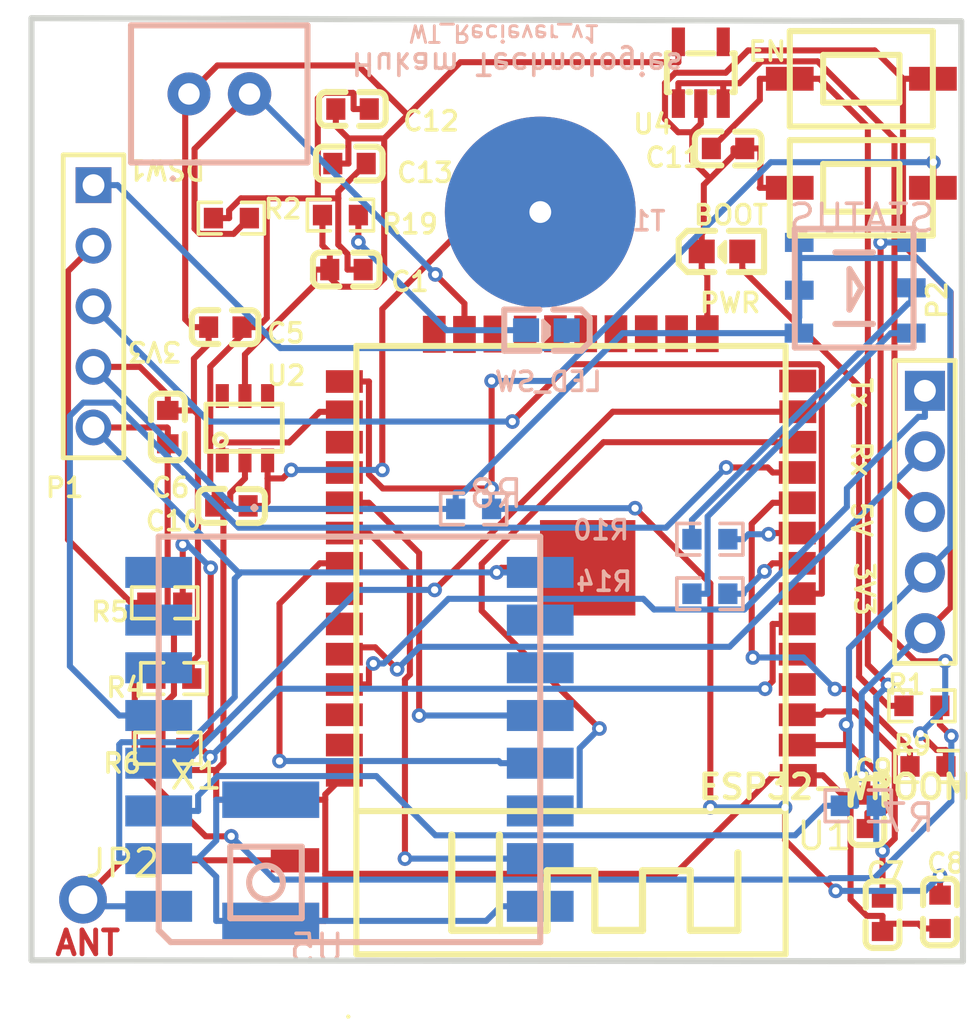
<source format=kicad_pcb>
(kicad_pcb (version 20171130) (host pcbnew 5.1.7-a382d34a8~88~ubuntu18.04.1)

  (general
    (thickness 1.6)
    (drawings 12)
    (tracks 486)
    (zones 0)
    (modules 36)
    (nets 31)
  )

  (page A4)
  (layers
    (0 F.Cu signal)
    (31 B.Cu signal)
    (32 B.Adhes user)
    (33 F.Adhes user)
    (34 B.Paste user)
    (35 F.Paste user)
    (36 B.SilkS user)
    (37 F.SilkS user)
    (38 B.Mask user)
    (39 F.Mask user)
    (40 Dwgs.User user)
    (41 Cmts.User user)
    (42 Eco1.User user)
    (43 Eco2.User user)
    (44 Edge.Cuts user)
    (45 Margin user)
    (46 B.CrtYd user)
    (47 F.CrtYd user)
    (48 B.Fab user hide)
    (49 F.Fab user hide)
  )

  (setup
    (last_trace_width 0.25)
    (trace_clearance 0.2)
    (zone_clearance 0.508)
    (zone_45_only no)
    (trace_min 0.2)
    (via_size 0.8)
    (via_drill 0.4)
    (via_min_size 0.4)
    (via_min_drill 0.3)
    (uvia_size 0.3)
    (uvia_drill 0.1)
    (uvias_allowed no)
    (uvia_min_size 0.2)
    (uvia_min_drill 0.1)
    (edge_width 0.05)
    (segment_width 0.2)
    (pcb_text_width 0.3)
    (pcb_text_size 1.5 1.5)
    (mod_edge_width 0.12)
    (mod_text_size 1 1)
    (mod_text_width 0.15)
    (pad_size 1.524 1.524)
    (pad_drill 0.762)
    (pad_to_mask_clearance 0)
    (aux_axis_origin 0 0)
    (visible_elements FFFFFF7F)
    (pcbplotparams
      (layerselection 0x010fc_ffffffff)
      (usegerberextensions false)
      (usegerberattributes true)
      (usegerberadvancedattributes true)
      (creategerberjobfile true)
      (excludeedgelayer true)
      (linewidth 0.100000)
      (plotframeref false)
      (viasonmask false)
      (mode 1)
      (useauxorigin false)
      (hpglpennumber 1)
      (hpglpenspeed 20)
      (hpglpendiameter 15.000000)
      (psnegative false)
      (psa4output false)
      (plotreference true)
      (plotvalue true)
      (plotinvisibletext false)
      (padsonsilk false)
      (subtractmaskfromsilk false)
      (outputformat 1)
      (mirror false)
      (drillshape 1)
      (scaleselection 1)
      (outputdirectory ""))
  )

  (net 0 "")
  (net 1 3.3V)
  (net 2 BP1)
  (net 3 C10_1)
  (net 4 DSW1)
  (net 5 EN)
  (net 6 ENERGY_SENSOR_3V)
  (net 7 ENERGY_SENSOR_5V)
  (net 8 EXT_5V)
  (net 9 FRM_SENSOR)
  (net 10 GND)
  (net 11 IO0)
  (net 12 IO25)
  (net 13 IO32)
  (net 14 IO33)
  (net 15 IRQ)
  (net 16 JP2_1)
  (net 17 LED_PWR_1)
  (net 18 MISO)
  (net 19 MOSI)
  (net 20 NSS)
  (net 21 OPTO_IN)
  (net 22 R10_2)
  (net 23 R19_2)
  (net 24 R1_1)
  (net 25 R9_2)
  (net 26 RFM_RESET)
  (net 27 RGB1_6)
  (net 28 RXD0)
  (net 29 SCK)
  (net 30 TXD0)

  (net_class Default "This is the default net class."
    (clearance 0.2)
    (trace_width 0.25)
    (via_dia 0.8)
    (via_drill 0.4)
    (uvia_dia 0.3)
    (uvia_drill 0.1)
    (add_net 3.3V)
    (add_net BP1)
    (add_net C10_1)
    (add_net DSW1)
    (add_net EN)
    (add_net ENERGY_SENSOR_3V)
    (add_net ENERGY_SENSOR_5V)
    (add_net EXT_5V)
    (add_net FRM_SENSOR)
    (add_net GND)
    (add_net IO0)
    (add_net IO25)
    (add_net IO32)
    (add_net IO33)
    (add_net IRQ)
    (add_net JP2_1)
    (add_net LED_PWR_1)
    (add_net MISO)
    (add_net MOSI)
    (add_net NSS)
    (add_net OPTO_IN)
    (add_net R10_2)
    (add_net R19_2)
    (add_net R1_1)
    (add_net R9_2)
    (add_net RFM_RESET)
    (add_net RGB1_6)
    (add_net RXD0)
    (add_net SCK)
    (add_net TXD0)
  )

  (module easyeda:C0603 (layer F.Cu) (tedit 0) (tstamp 0)
    (at 75.819 50.546 270)
    (attr smd)
    (fp_text reference C9 (at -1.778 0.635) (layer F.SilkS)
      (effects (font (size 0.8 0.8) (thickness 0.152)) (justify left))
    )
    (fp_text value 10uF (at 4.026 -4.519 90) (layer F.Fab) hide
      (effects (font (size 1.143 1.143) (thickness 0.152)) (justify left))
    )
    (fp_line (start -0.296 0.704) (end -1.096 0.704) (layer F.SilkS) (width 0.254))
    (fp_line (start -1.405 -0.406) (end -1.405 0.394) (layer F.SilkS) (width 0.254))
    (fp_line (start -0.296 -0.715) (end -1.096 -0.715) (layer F.SilkS) (width 0.254))
    (fp_line (start 0.28 0.71) (end 1.08 0.71) (layer F.SilkS) (width 0.254))
    (fp_line (start 0.28 -0.71) (end 1.08 -0.71) (layer F.SilkS) (width 0.254))
    (fp_line (start 1.39 -0.4) (end 1.39 0.4) (layer F.SilkS) (width 0.254))
    (fp_arc (start -1.096 -0.406) (end -1.406 -0.406) (angle 90) (layer F.SilkS) (width 0.254))
    (fp_arc (start -1.096 0.394) (end -1.096 0.704) (angle 90.005) (layer F.SilkS) (width 0.254))
    (fp_arc (start 1.08 -0.4) (end 1.08 -0.71) (angle 90.005) (layer F.SilkS) (width 0.254))
    (fp_arc (start 1.08 0.4) (end 1.39 0.4) (angle 90) (layer F.SilkS) (width 0.254))
    (pad 2 smd rect (at 0.7 0 270) (size 0.8 0.9) (layers F.Cu F.Paste F.Mask)
      (net 1 3.3V))
    (pad 1 smd rect (at -0.7 0 270) (size 0.8 0.9) (layers F.Cu F.Paste F.Mask)
      (net 10 GND))
  )

  (module easyeda:ANTENA (layer F.Cu) (tedit 0) (tstamp 0)
    (at 42.926 54.229)
    (fp_text reference JP2 (at 0 -1.524) (layer F.SilkS)
      (effects (font (size 1.143 1.143) (thickness 0.152)) (justify left))
    )
    (fp_text value ANT (at -1.27 1.816) (layer F.Cu)
      (effects (font (size 1 1) (thickness 0.203)) (justify left))
    )
    (pad 1 thru_hole circle (at 0 0) (size 2 2) (drill 1.2) (layers *.Cu *.Paste *.Mask)
      (net 16 JP2_1))
  )

  (module easyeda:SMA_EDGELAUNCH_UFL (layer F.Cu) (tedit 0) (tstamp 0)
    (at 48.768 52.578)
    (attr smd)
    (fp_text reference X1 (at -2.286 -3.556) (layer F.SilkS)
      (effects (font (size 1.143 1.143) (thickness 0.152)) (justify left))
    )
    (fp_text value . (at 5.08 6.35 180) (layer F.SilkS)
      (effects (font (size 0.508 0.508) (thickness 0.152)) (justify left))
    )
    (fp_line (start 3.454 2.007) (end 3.454 0.711) (layer Cmts.User) (width 0.254))
    (fp_line (start 3.454 -0.711) (end 3.454 -2.007) (layer Cmts.User) (width 0.254))
    (fp_line (start 3.556 2.108) (end 3.353 2.108) (layer Cmts.User) (width 0.254))
    (fp_line (start 3.556 0.711) (end 3.556 2.108) (layer Cmts.User) (width 0.254))
    (fp_line (start 3.353 0.711) (end 3.556 0.711) (layer Cmts.User) (width 0.254))
    (fp_line (start 3.353 2.108) (end 3.353 0.711) (layer Cmts.User) (width 0.254))
    (fp_line (start 0.762 2.108) (end 3.353 2.108) (layer Cmts.User) (width 0.254))
    (fp_line (start 0.762 0.711) (end 0.762 2.108) (layer Cmts.User) (width 0.254))
    (fp_line (start 0.762 -2.108) (end 0.762 -0.711) (layer Cmts.User) (width 0.254))
    (fp_line (start 3.353 -2.108) (end 0.762 -2.108) (layer Cmts.User) (width 0.254))
    (fp_line (start 3.353 -0.711) (end 3.353 -2.108) (layer Cmts.User) (width 0.254))
    (fp_line (start 3.556 -0.711) (end 3.353 -0.711) (layer Cmts.User) (width 0.254))
    (fp_line (start 3.556 -2.108) (end 3.556 -0.711) (layer Cmts.User) (width 0.254))
    (fp_line (start 3.353 -2.108) (end 3.556 -2.108) (layer Cmts.User) (width 0.254))
    (fp_line (start -4.445 -3.175) (end -3.81 3.175) (layer Cmts.User) (width 0.254))
    (fp_line (start -5.08 -3.175) (end -4.445 3.175) (layer Cmts.User) (width 0.254))
    (fp_line (start -5.715 -3.175) (end -5.08 3.175) (layer Cmts.User) (width 0.254))
    (fp_line (start -6.35 -3.175) (end -5.715 3.175) (layer Cmts.User) (width 0.254))
    (fp_line (start -6.985 -3.175) (end -6.35 3.175) (layer Cmts.User) (width 0.254))
    (fp_line (start -7.62 -3.175) (end -6.985 3.175) (layer Cmts.User) (width 0.254))
    (fp_line (start -8.255 -3.175) (end -7.62 3.175) (layer Cmts.User) (width 0.254))
    (fp_line (start -8.255 -2.54) (end -8.255 2.54) (layer Cmts.User) (width 0.254))
    (fp_line (start -9.195 2.54) (end -9.195 -2.54) (layer Cmts.User) (width 0.254))
    (fp_line (start -8.255 2.54) (end -9.195 2.54) (layer Cmts.User) (width 0.254))
    (fp_line (start -8.255 3.175) (end -8.255 2.54) (layer Cmts.User) (width 0.254))
    (fp_line (start -7.62 3.175) (end -8.255 3.175) (layer Cmts.User) (width 0.254))
    (fp_line (start -6.985 3.175) (end -7.62 3.175) (layer Cmts.User) (width 0.254))
    (fp_line (start -6.35 3.175) (end -6.985 3.175) (layer Cmts.User) (width 0.254))
    (fp_line (start -5.715 3.175) (end -6.35 3.175) (layer Cmts.User) (width 0.254))
    (fp_line (start -5.08 3.175) (end -5.715 3.175) (layer Cmts.User) (width 0.254))
    (fp_line (start -4.445 3.175) (end -5.08 3.175) (layer Cmts.User) (width 0.254))
    (fp_line (start -3.48 3.175) (end -4.445 3.175) (layer Cmts.User) (width 0.254))
    (fp_line (start -3.48 2.54) (end -3.48 3.175) (layer Cmts.User) (width 0.254))
    (fp_line (start -1.575 2.54) (end -3.48 2.54) (layer Cmts.User) (width 0.254))
    (fp_line (start -1.575 -2.54) (end -1.575 2.54) (layer Cmts.User) (width 0.254))
    (fp_line (start -3.48 -2.54) (end -1.575 -2.54) (layer Cmts.User) (width 0.254))
    (fp_line (start -3.48 -3.175) (end -3.48 -2.54) (layer Cmts.User) (width 0.254))
    (fp_line (start -4.445 -3.175) (end -3.48 -3.175) (layer Cmts.User) (width 0.254))
    (fp_line (start -5.08 -3.175) (end -4.445 -3.175) (layer Cmts.User) (width 0.254))
    (fp_line (start -5.715 -3.175) (end -5.08 -3.175) (layer Cmts.User) (width 0.254))
    (fp_line (start -6.35 -3.175) (end -5.715 -3.175) (layer Cmts.User) (width 0.254))
    (fp_line (start -6.985 -3.175) (end -6.35 -3.175) (layer Cmts.User) (width 0.254))
    (fp_line (start -7.62 -3.175) (end -6.985 -3.175) (layer Cmts.User) (width 0.254))
    (fp_line (start -8.255 -3.175) (end -7.62 -3.175) (layer Cmts.User) (width 0.254))
    (fp_line (start -8.255 -2.54) (end -8.255 -3.175) (layer Cmts.User) (width 0.254))
    (fp_line (start -9.195 -2.54) (end -8.255 -2.54) (layer Cmts.User) (width 0.254))
    (pad GND@3 smd rect (at 2.032 -2.54 90) (size 1.524 4.064) (layers B.Cu B.Paste B.Mask)
      (net 10 GND))
    (pad GND@4 smd rect (at 2.032 2.54 90) (size 1.524 4.064) (layers B.Cu B.Paste B.Mask)
      (net 10 GND))
    (pad GND@2 smd rect (at 2.032 -2.54 90) (size 1.524 4.064) (layers F.Cu F.Paste F.Mask)
      (net 10 GND))
    (pad GND@1 smd rect (at 2.032 2.54 90) (size 1.524 4.064) (layers F.Cu F.Paste F.Mask)
      (net 10 GND))
    (pad P smd rect (at 3.048 0 90) (size 1.016 2.032) (layers F.Cu F.Paste F.Mask)
      (net 16 JP2_1))
  )

  (module easyeda:KEY-3.7*6.1 (layer F.Cu) (tedit 0) (tstamp 0)
    (at 75.565 24.384)
    (attr smd)
    (fp_text reference BOOT (at -7.112 1.143) (layer F.SilkS)
      (effects (font (size 0.8 0.8) (thickness 0.152)) (justify left))
    )
    (fp_text value SW1 (at -0.254 -4.064) (layer F.Fab) hide
      (effects (font (size 1.143 1.143) (thickness 0.152)) (justify left))
    )
    (fp_line (start -1.6 1) (end -1.6 -1) (layer F.SilkS) (width 0.254))
    (fp_line (start 1.6 1) (end -1.6 1) (layer F.SilkS) (width 0.254))
    (fp_line (start 1.6 -1) (end 1.6 1) (layer F.SilkS) (width 0.254))
    (fp_line (start -1.6 -1) (end 1.6 -1) (layer F.SilkS) (width 0.254))
    (fp_line (start -3 2) (end -3 -2) (layer F.SilkS) (width 0.254))
    (fp_line (start 3 2) (end -3 2) (layer F.SilkS) (width 0.254))
    (fp_line (start 3 -2) (end 3 2) (layer F.SilkS) (width 0.254))
    (fp_line (start -3 -2) (end 3 -2) (layer F.SilkS) (width 0.254))
    (pad 1 smd rect (at -3.002 0) (size 2 1) (layers F.Cu F.Paste F.Mask)
      (net 10 GND))
    (pad 2 smd rect (at 3 0) (size 2 1) (layers F.Cu F.Paste F.Mask)
      (net 11 IO0))
  )

  (module easyeda:C0603 (layer F.Cu) (tedit 0) (tstamp 0)
    (at 53.975 27.813)
    (attr smd)
    (fp_text reference C1 (at 1.778 0.508) (layer F.SilkS)
      (effects (font (size 0.8 0.8) (thickness 0.152)) (justify left))
    )
    (fp_text value 2.2uF (at 0.762 -3.302) (layer F.Fab) hide
      (effects (font (size 1.143 1.143) (thickness 0.152)) (justify left))
    )
    (fp_line (start -0.296 0.704) (end -1.096 0.704) (layer F.SilkS) (width 0.254))
    (fp_line (start -1.405 -0.406) (end -1.405 0.394) (layer F.SilkS) (width 0.254))
    (fp_line (start -0.296 -0.715) (end -1.096 -0.715) (layer F.SilkS) (width 0.254))
    (fp_line (start 0.28 0.71) (end 1.08 0.71) (layer F.SilkS) (width 0.254))
    (fp_line (start 0.28 -0.71) (end 1.08 -0.71) (layer F.SilkS) (width 0.254))
    (fp_line (start 1.39 -0.4) (end 1.39 0.4) (layer F.SilkS) (width 0.254))
    (fp_arc (start -1.096 -0.406) (end -1.406 -0.406) (angle 90) (layer F.SilkS) (width 0.254))
    (fp_arc (start -1.096 0.394) (end -1.096 0.704) (angle 90.005) (layer F.SilkS) (width 0.254))
    (fp_arc (start 1.08 -0.4) (end 1.08 -0.71) (angle 90.005) (layer F.SilkS) (width 0.254))
    (fp_arc (start 1.08 0.4) (end 1.39 0.4) (angle 90) (layer F.SilkS) (width 0.254))
    (pad 2 smd rect (at 0.7 0) (size 0.8 0.9) (layers F.Cu F.Paste F.Mask)
      (net 10 GND))
    (pad 1 smd rect (at -0.7 0) (size 0.8 0.9) (layers F.Cu F.Paste F.Mask)
      (net 1 3.3V))
  )

  (module easyeda:C0603 (layer F.Cu) (tedit 0) (tstamp 0)
    (at 48.895 30.226)
    (attr smd)
    (fp_text reference C5 (at 1.651 0.254) (layer F.SilkS)
      (effects (font (size 0.8 0.8) (thickness 0.152)) (justify left))
    )
    (fp_text value 100uF (at 0 -3.302) (layer F.Fab) hide
      (effects (font (size 1.143 1.143) (thickness 0.152)) (justify left))
    )
    (fp_line (start -0.296 0.704) (end -1.096 0.704) (layer F.SilkS) (width 0.254))
    (fp_line (start -1.405 -0.406) (end -1.405 0.394) (layer F.SilkS) (width 0.254))
    (fp_line (start -0.296 -0.715) (end -1.096 -0.715) (layer F.SilkS) (width 0.254))
    (fp_line (start 0.28 0.71) (end 1.08 0.71) (layer F.SilkS) (width 0.254))
    (fp_line (start 0.28 -0.71) (end 1.08 -0.71) (layer F.SilkS) (width 0.254))
    (fp_line (start 1.39 -0.4) (end 1.39 0.4) (layer F.SilkS) (width 0.254))
    (fp_arc (start -1.096 -0.406) (end -1.406 -0.406) (angle 90) (layer F.SilkS) (width 0.254))
    (fp_arc (start -1.096 0.394) (end -1.096 0.704) (angle 90.005) (layer F.SilkS) (width 0.254))
    (fp_arc (start 1.08 -0.4) (end 1.08 -0.71) (angle 90.005) (layer F.SilkS) (width 0.254))
    (fp_arc (start 1.08 0.4) (end 1.39 0.4) (angle 90) (layer F.SilkS) (width 0.254))
    (pad 2 smd rect (at 0.7 0) (size 0.8 0.9) (layers F.Cu F.Paste F.Mask)
      (net 10 GND))
    (pad 1 smd rect (at -0.7 0) (size 0.8 0.9) (layers F.Cu F.Paste F.Mask)
      (net 1 3.3V))
  )

  (module easyeda:C0603 (layer F.Cu) (tedit 0) (tstamp 0)
    (at 46.482 34.417 270)
    (attr smd)
    (fp_text reference C6 (at 2.54 0.762) (layer F.SilkS)
      (effects (font (size 0.8 0.8) (thickness 0.152)) (justify left))
    )
    (fp_text value 0.1uF (at 4.47 -4.519 90) (layer F.Fab) hide
      (effects (font (size 1.143 1.143) (thickness 0.152)) (justify left))
    )
    (fp_line (start -0.296 0.704) (end -1.096 0.704) (layer F.SilkS) (width 0.254))
    (fp_line (start -1.405 -0.406) (end -1.405 0.394) (layer F.SilkS) (width 0.254))
    (fp_line (start -0.296 -0.715) (end -1.096 -0.715) (layer F.SilkS) (width 0.254))
    (fp_line (start 0.28 0.71) (end 1.08 0.71) (layer F.SilkS) (width 0.254))
    (fp_line (start 0.28 -0.71) (end 1.08 -0.71) (layer F.SilkS) (width 0.254))
    (fp_line (start 1.39 -0.4) (end 1.39 0.4) (layer F.SilkS) (width 0.254))
    (fp_arc (start -1.096 -0.406) (end -1.406 -0.406) (angle 90) (layer F.SilkS) (width 0.254))
    (fp_arc (start -1.096 0.394) (end -1.096 0.704) (angle 90.005) (layer F.SilkS) (width 0.254))
    (fp_arc (start 1.08 -0.4) (end 1.08 -0.71) (angle 90.005) (layer F.SilkS) (width 0.254))
    (fp_arc (start 1.08 0.4) (end 1.39 0.4) (angle 90) (layer F.SilkS) (width 0.254))
    (pad 2 smd rect (at 0.7 0 270) (size 0.8 0.9) (layers F.Cu F.Paste F.Mask)
      (net 10 GND))
    (pad 1 smd rect (at -0.7 0 270) (size 0.8 0.9) (layers F.Cu F.Paste F.Mask)
      (net 1 3.3V))
  )

  (module easyeda:C0603 (layer F.Cu) (tedit 0) (tstamp 0)
    (at 78.867 54.737 90)
    (attr smd)
    (fp_text reference C8 (at 2.032 -0.635) (layer F.SilkS)
      (effects (font (size 0.8 0.8) (thickness 0.152)) (justify left))
    )
    (fp_text value 0.1uF (at 0.762 -3.302 90) (layer F.Fab) hide
      (effects (font (size 1.143 1.143) (thickness 0.152)) (justify left))
    )
    (fp_line (start -0.296 0.704) (end -1.096 0.704) (layer F.SilkS) (width 0.254))
    (fp_line (start -1.405 -0.406) (end -1.405 0.394) (layer F.SilkS) (width 0.254))
    (fp_line (start -0.296 -0.715) (end -1.096 -0.715) (layer F.SilkS) (width 0.254))
    (fp_line (start 0.28 0.71) (end 1.08 0.71) (layer F.SilkS) (width 0.254))
    (fp_line (start 0.28 -0.71) (end 1.08 -0.71) (layer F.SilkS) (width 0.254))
    (fp_line (start 1.39 -0.4) (end 1.39 0.4) (layer F.SilkS) (width 0.254))
    (fp_arc (start -1.096 -0.406) (end -1.406 -0.406) (angle 90) (layer F.SilkS) (width 0.254))
    (fp_arc (start -1.096 0.394) (end -1.096 0.704) (angle 90.005) (layer F.SilkS) (width 0.254))
    (fp_arc (start 1.08 -0.4) (end 1.08 -0.71) (angle 90.005) (layer F.SilkS) (width 0.254))
    (fp_arc (start 1.08 0.4) (end 1.39 0.4) (angle 90) (layer F.SilkS) (width 0.254))
    (pad 2 smd rect (at 0.7 0 90) (size 0.8 0.9) (layers F.Cu F.Paste F.Mask)
      (net 11 IO0))
    (pad 1 smd rect (at -0.7 0 90) (size 0.8 0.9) (layers F.Cu F.Paste F.Mask)
      (net 10 GND))
  )

  (module easyeda:C0603 (layer F.Cu) (tedit 0) (tstamp 0)
    (at 49.149 37.719 180)
    (attr smd)
    (fp_text reference C10 (at 3.683 -0.635) (layer F.SilkS)
      (effects (font (size 0.8 0.8) (thickness 0.152)) (justify left))
    )
    (fp_text value 22pF (at 4.544 -4.153) (layer F.Fab) hide
      (effects (font (size 1.143 1.143) (thickness 0.152)) (justify left))
    )
    (fp_line (start -0.296 0.704) (end -1.096 0.704) (layer F.SilkS) (width 0.254))
    (fp_line (start -1.405 -0.406) (end -1.405 0.394) (layer F.SilkS) (width 0.254))
    (fp_line (start -0.296 -0.715) (end -1.096 -0.715) (layer F.SilkS) (width 0.254))
    (fp_line (start 0.28 0.71) (end 1.08 0.71) (layer F.SilkS) (width 0.254))
    (fp_line (start 0.28 -0.71) (end 1.08 -0.71) (layer F.SilkS) (width 0.254))
    (fp_line (start 1.39 -0.4) (end 1.39 0.4) (layer F.SilkS) (width 0.254))
    (fp_arc (start -1.096 -0.406) (end -1.406 -0.406) (angle 90) (layer F.SilkS) (width 0.254))
    (fp_arc (start -1.096 0.394) (end -1.096 0.704) (angle 90.005) (layer F.SilkS) (width 0.254))
    (fp_arc (start 1.08 -0.4) (end 1.08 -0.71) (angle 90.005) (layer F.SilkS) (width 0.254))
    (fp_arc (start 1.08 0.4) (end 1.39 0.4) (angle 90) (layer F.SilkS) (width 0.254))
    (pad 2 smd rect (at 0.7 0 180) (size 0.8 0.9) (layers F.Cu F.Paste F.Mask)
      (net 10 GND))
    (pad 1 smd rect (at -0.7 0 180) (size 0.8 0.9) (layers F.Cu F.Paste F.Mask)
      (net 3 C10_1))
  )

  (module easyeda:C0603 (layer F.Cu) (tedit 0) (tstamp 0)
    (at 69.977 22.733 180)
    (attr smd)
    (fp_text reference C11 (at 3.556 -0.381) (layer F.SilkS)
      (effects (font (size 0.8 0.8) (thickness 0.152)) (justify left))
    )
    (fp_text value 0.1uF (at 4.47 -4.519) (layer F.Fab) hide
      (effects (font (size 1.143 1.143) (thickness 0.152)) (justify left))
    )
    (fp_line (start -0.296 0.704) (end -1.096 0.704) (layer F.SilkS) (width 0.254))
    (fp_line (start -1.405 -0.406) (end -1.405 0.394) (layer F.SilkS) (width 0.254))
    (fp_line (start -0.296 -0.715) (end -1.096 -0.715) (layer F.SilkS) (width 0.254))
    (fp_line (start 0.28 0.71) (end 1.08 0.71) (layer F.SilkS) (width 0.254))
    (fp_line (start 0.28 -0.71) (end 1.08 -0.71) (layer F.SilkS) (width 0.254))
    (fp_line (start 1.39 -0.4) (end 1.39 0.4) (layer F.SilkS) (width 0.254))
    (fp_arc (start -1.096 -0.406) (end -1.406 -0.406) (angle 90) (layer F.SilkS) (width 0.254))
    (fp_arc (start -1.096 0.394) (end -1.096 0.704) (angle 90.005) (layer F.SilkS) (width 0.254))
    (fp_arc (start 1.08 -0.4) (end 1.08 -0.71) (angle 90.005) (layer F.SilkS) (width 0.254))
    (fp_arc (start 1.08 0.4) (end 1.39 0.4) (angle 90) (layer F.SilkS) (width 0.254))
    (pad 2 smd rect (at 0.7 0 180) (size 0.8 0.9) (layers F.Cu F.Paste F.Mask)
      (net 5 EN))
    (pad 1 smd rect (at -0.7 0 180) (size 0.8 0.9) (layers F.Cu F.Paste F.Mask)
      (net 10 GND))
  )

  (module easyeda:C0603 (layer F.Cu) (tedit 0) (tstamp 0)
    (at 54.229 21.082)
    (attr smd)
    (fp_text reference C12 (at 2.032 0.508) (layer F.SilkS)
      (effects (font (size 0.8 0.8) (thickness 0.152)) (justify left))
    )
    (fp_text value 0.1uF (at 0.762 -3.302) (layer F.Fab) hide
      (effects (font (size 1.143 1.143) (thickness 0.152)) (justify left))
    )
    (fp_line (start -0.296 0.704) (end -1.096 0.704) (layer F.SilkS) (width 0.254))
    (fp_line (start -1.405 -0.406) (end -1.405 0.394) (layer F.SilkS) (width 0.254))
    (fp_line (start -0.296 -0.715) (end -1.096 -0.715) (layer F.SilkS) (width 0.254))
    (fp_line (start 0.28 0.71) (end 1.08 0.71) (layer F.SilkS) (width 0.254))
    (fp_line (start 0.28 -0.71) (end 1.08 -0.71) (layer F.SilkS) (width 0.254))
    (fp_line (start 1.39 -0.4) (end 1.39 0.4) (layer F.SilkS) (width 0.254))
    (fp_arc (start -1.096 -0.406) (end -1.406 -0.406) (angle 90) (layer F.SilkS) (width 0.254))
    (fp_arc (start -1.096 0.394) (end -1.096 0.704) (angle 90.005) (layer F.SilkS) (width 0.254))
    (fp_arc (start 1.08 -0.4) (end 1.08 -0.71) (angle 90.005) (layer F.SilkS) (width 0.254))
    (fp_arc (start 1.08 0.4) (end 1.39 0.4) (angle 90) (layer F.SilkS) (width 0.254))
    (pad 2 smd rect (at 0.7 0) (size 0.8 0.9) (layers F.Cu F.Paste F.Mask)
      (net 10 GND))
    (pad 1 smd rect (at -0.7 0) (size 0.8 0.9) (layers F.Cu F.Paste F.Mask)
      (net 1 3.3V))
  )

  (module easyeda:C0603 (layer F.Cu) (tedit 0) (tstamp 0)
    (at 54.102 23.368)
    (attr smd)
    (fp_text reference C13 (at 1.905 0.381) (layer F.SilkS)
      (effects (font (size 0.8 0.8) (thickness 0.152)) (justify left))
    )
    (fp_text value 10uF (at 0.762 -3.302) (layer F.Fab) hide
      (effects (font (size 1.143 1.143) (thickness 0.152)) (justify left))
    )
    (fp_line (start -0.296 0.704) (end -1.096 0.704) (layer F.SilkS) (width 0.254))
    (fp_line (start -1.405 -0.406) (end -1.405 0.394) (layer F.SilkS) (width 0.254))
    (fp_line (start -0.296 -0.715) (end -1.096 -0.715) (layer F.SilkS) (width 0.254))
    (fp_line (start 0.28 0.71) (end 1.08 0.71) (layer F.SilkS) (width 0.254))
    (fp_line (start 0.28 -0.71) (end 1.08 -0.71) (layer F.SilkS) (width 0.254))
    (fp_line (start 1.39 -0.4) (end 1.39 0.4) (layer F.SilkS) (width 0.254))
    (fp_arc (start -1.096 -0.406) (end -1.406 -0.406) (angle 90) (layer F.SilkS) (width 0.254))
    (fp_arc (start -1.096 0.394) (end -1.096 0.704) (angle 90.005) (layer F.SilkS) (width 0.254))
    (fp_arc (start 1.08 -0.4) (end 1.08 -0.71) (angle 90.005) (layer F.SilkS) (width 0.254))
    (fp_arc (start 1.08 0.4) (end 1.39 0.4) (angle 90) (layer F.SilkS) (width 0.254))
    (pad 2 smd rect (at 0.7 0) (size 0.8 0.9) (layers F.Cu F.Paste F.Mask)
      (net 10 GND))
    (pad 1 smd rect (at -0.7 0) (size 0.8 0.9) (layers F.Cu F.Paste F.Mask)
      (net 1 3.3V))
  )

  (module easyeda:KEY-3.7*6.1 (layer F.Cu) (tedit 0) (tstamp 0)
    (at 75.565 19.812 180)
    (attr smd)
    (fp_text reference EN (at 4.826 1.143) (layer F.SilkS)
      (effects (font (size 0.8 0.8) (thickness 0.152)) (justify left))
    )
    (fp_text value SW2 (at 2.926 -5.281) (layer F.Fab) hide
      (effects (font (size 1.143 1.143) (thickness 0.152)) (justify left))
    )
    (fp_line (start -1.6 1) (end -1.6 -1) (layer F.SilkS) (width 0.254))
    (fp_line (start 1.6 1) (end -1.6 1) (layer F.SilkS) (width 0.254))
    (fp_line (start 1.6 -1) (end 1.6 1) (layer F.SilkS) (width 0.254))
    (fp_line (start -1.6 -1) (end 1.6 -1) (layer F.SilkS) (width 0.254))
    (fp_line (start -3 2) (end -3 -2) (layer F.SilkS) (width 0.254))
    (fp_line (start 3 2) (end -3 2) (layer F.SilkS) (width 0.254))
    (fp_line (start 3 -2) (end 3 2) (layer F.SilkS) (width 0.254))
    (fp_line (start -3 -2) (end 3 -2) (layer F.SilkS) (width 0.254))
    (pad 1 smd rect (at -3.002 0 180) (size 2 1) (layers F.Cu F.Paste F.Mask)
      (net 10 GND))
    (pad 2 smd rect (at 3 0 180) (size 2 1) (layers F.Cu F.Paste F.Mask)
      (net 5 EN))
  )

  (module easyeda:LED-0603 (layer F.Cu) (tedit 0) (tstamp 0)
    (at 69.723 27.051)
    (attr smd)
    (fp_text reference PWR (at -1.016 2.159) (layer F.SilkS)
      (effects (font (size 0.8 0.8) (thickness 0.152)) (justify left))
    )
    (fp_text value "LED-Blue(0603)" (at -0.255 -3.048) (layer F.Fab) hide
      (effects (font (size 1.143 1.143) (thickness 0.152)) (justify left))
    )
    (fp_line (start 0.013 -0.229) (end 0.013 0.279) (layer F.SilkS) (width 0.15))
    (fp_line (start 0.14 0.457) (end 0.14 0.229) (layer F.SilkS) (width 0.15))
    (fp_line (start -0.114 0.203) (end 0.14 0.457) (layer F.SilkS) (width 0.15))
    (fp_line (start -0.114 -0.152) (end -0.114 0.203) (layer F.SilkS) (width 0.15))
    (fp_line (start 0.14 -0.406) (end -0.114 -0.152) (layer F.SilkS) (width 0.15))
    (fp_line (start 0.14 0.381) (end 0.14 -0.406) (layer F.SilkS) (width 0.15))
    (fp_line (start -1.816 -0.508) (end -1.46 -0.864) (layer F.SilkS) (width 0.254))
    (fp_line (start -1.816 0.508) (end -1.816 -0.508) (layer F.SilkS) (width 0.254))
    (fp_line (start -1.46 0.864) (end -1.816 0.508) (layer F.SilkS) (width 0.254))
    (fp_line (start -0.317 0.864) (end -1.46 0.864) (layer F.SilkS) (width 0.254))
    (fp_line (start -0.292 -0.864) (end -1.46 -0.864) (layer F.SilkS) (width 0.254))
    (fp_line (start 1.765 0.864) (end 1.765 -0.864) (layer F.SilkS) (width 0.254))
    (fp_line (start 1.765 0.864) (end 0.292 0.864) (layer F.SilkS) (width 0.254))
    (fp_line (start 1.765 -0.864) (end 0.292 -0.864) (layer F.SilkS) (width 0.254))
    (pad 1 smd rect (at 0.851 0 90) (size 0.991 1.092) (layers F.Cu F.Paste F.Mask)
      (net 17 LED_PWR_1))
    (pad 2 smd rect (at -0.851 0 90) (size 0.991 1.092) (layers F.Cu F.Paste F.Mask)
      (net 10 GND))
  )

  (module easyeda:HDR1X5 (layer F.Cu) (tedit 0) (tstamp 0)
    (at 43.367 24.272)
    (fp_text reference P1 (at -2.092 12.685) (layer F.SilkS)
      (effects (font (size 0.8 0.8) (thickness 0.152)) (justify left))
    )
    (fp_text value Ext_HDR (at 0 -3.302) (layer F.Fab) hide
      (effects (font (size 1.143 1.143) (thickness 0.152)) (justify left))
    )
    (fp_line (start 1.27 -1.27) (end 1.27 11.43) (layer F.SilkS) (width 0.201))
    (fp_line (start -1.27 -1.27) (end 1.27 -1.27) (layer F.SilkS) (width 0.201))
    (fp_line (start -1.27 11.43) (end -1.27 -1.27) (layer F.SilkS) (width 0.201))
    (fp_line (start 1.27 11.43) (end -1.27 11.43) (layer F.SilkS) (width 0.201))
    (pad 5 thru_hole circle (at 0 10.16 270) (size 1.499 1.499) (drill 0.914) (layers *.Cu *.Paste *.Mask)
      (net 10 GND))
    (pad 4 thru_hole circle (at 0 7.62 270) (size 1.499 1.499) (drill 0.914) (layers *.Cu *.Paste *.Mask)
      (net 1 3.3V))
    (pad 3 thru_hole circle (at 0 5.08 270) (size 1.499 1.499) (drill 0.914) (layers *.Cu *.Paste *.Mask)
      (net 21 OPTO_IN))
    (pad 2 thru_hole circle (at 0 2.54 270) (size 1.499 1.499) (drill 0.914) (layers *.Cu *.Paste *.Mask)
      (net 7 ENERGY_SENSOR_5V))
    (pad 1 thru_hole rect (at 0 0 270) (size 1.499 1.499) (drill 0.914) (layers *.Cu *.Paste *.Mask)
      (net 4 DSW1))
  )

  (module "easyeda:HDR1X5 FIX" (layer F.Cu) (tedit 0) (tstamp 0)
    (at 78.232 32.893 270)
    (fp_text reference P2 (at -2.921 -0.508 270) (layer F.SilkS)
      (effects (font (size 0.8 0.8) (thickness 0.152)) (justify left))
    )
    (fp_text value HDR1X5 (at 10.691 -4.519 90) (layer F.Fab) hide
      (effects (font (size 1.143 1.143) (thickness 0.152)) (justify left))
    )
    (fp_line (start 11.43 1.27) (end 11.43 -1.27) (layer F.SilkS) (width 0.201))
    (fp_line (start -1.27 1.27) (end 11.43 1.27) (layer F.SilkS) (width 0.201))
    (fp_line (start -1.27 -1.27) (end 11.43 -1.27) (layer F.SilkS) (width 0.201))
    (fp_line (start -1.27 1.27) (end -1.27 -1.27) (layer F.SilkS) (width 0.201))
    (pad 5 thru_hole circle (at 10.16 0 270) (size 1.676 1.676) (drill 0.914) (layers *.Cu *.Paste *.Mask)
      (net 10 GND))
    (pad 4 thru_hole circle (at 7.62 0 270) (size 1.676 1.676) (drill 0.914) (layers *.Cu *.Paste *.Mask)
      (net 1 3.3V))
    (pad 3 thru_hole circle (at 5.08 0 270) (size 1.676 1.676) (drill 0.914) (layers *.Cu *.Paste *.Mask)
      (net 8 EXT_5V))
    (pad 2 thru_hole circle (at 2.54 0 270) (size 1.676 1.676) (drill 0.914) (layers *.Cu *.Paste *.Mask)
      (net 28 RXD0))
    (pad 1 thru_hole rect (at 0 0 270) (size 1.676 1.676) (drill 0.914) (layers *.Cu *.Paste *.Mask)
      (net 30 TXD0))
  )

  (module easyeda:R0603 (layer F.Cu) (tedit 0) (tstamp 0)
    (at 78.105 46.101 180)
    (attr smd)
    (fp_text reference R1 (at 1.524 0.889) (layer F.SilkS)
      (effects (font (size 0.8 0.8) (thickness 0.152)) (justify left))
    )
    (fp_text value 1K (at 2.093 -4.265) (layer F.Fab) hide
      (effects (font (size 1.143 1.143) (thickness 0.152)) (justify left))
    )
    (fp_line (start -1.385 -0.661) (end -0.426 -0.661) (layer F.SilkS) (width 0.152))
    (fp_line (start -1.385 0.661) (end -1.385 -0.661) (layer F.SilkS) (width 0.152))
    (fp_line (start -0.426 0.661) (end -1.385 0.661) (layer F.SilkS) (width 0.152))
    (fp_line (start 1.385 -0.661) (end 0.426 -0.661) (layer F.SilkS) (width 0.152))
    (fp_line (start 1.385 0.661) (end 1.385 -0.661) (layer F.SilkS) (width 0.152))
    (fp_line (start 0.426 0.661) (end 1.385 0.661) (layer F.SilkS) (width 0.152))
    (fp_poly (pts (xy -0.355 -0.4) (xy -0.355 -0.172) (xy -0.735 -0.172) (xy -0.735 0.158)
      (xy -0.355 0.158) (xy -0.355 0.4) (xy -0.405 0.45) (xy -1.195 0.45)
      (xy -1.245 0.4) (xy -1.245 -0.4) (xy -1.195 -0.45) (xy -0.405 -0.45)) (layer F.Paste) (width 0))
    (fp_poly (pts (xy 1.195 -0.45) (xy 0.395 -0.45) (xy 0.345 -0.4) (xy 0.345 -0.172)
      (xy 0.715 -0.172) (xy 0.715 0.158) (xy 0.345 0.158) (xy 0.345 0.4)
      (xy 0.395 0.45) (xy 1.195 0.45) (xy 1.245 0.4) (xy 1.245 -0.4)) (layer F.Paste) (width 0))
    (pad 2 smd rect (at 0.753 0 180) (size 0.806 0.864) (layers F.Cu F.Paste F.Mask)
      (net 17 LED_PWR_1))
    (pad 1 smd rect (at -0.753 0 180) (size 0.806 0.864) (layers F.Cu F.Paste F.Mask)
      (net 24 R1_1))
  )

  (module easyeda:R0603 (layer F.Cu) (tedit 0) (tstamp 0)
    (at 46.736 44.958)
    (attr smd)
    (fp_text reference R4 (at -2.921 0.381) (layer F.SilkS)
      (effects (font (size 0.8 0.8) (thickness 0.152)) (justify left))
    )
    (fp_text value 0E (at 0.762 -3.048) (layer F.Fab) hide
      (effects (font (size 1.143 1.143) (thickness 0.152)) (justify left))
    )
    (fp_line (start -1.385 -0.661) (end -0.426 -0.661) (layer F.SilkS) (width 0.152))
    (fp_line (start -1.385 0.661) (end -1.385 -0.661) (layer F.SilkS) (width 0.152))
    (fp_line (start -0.426 0.661) (end -1.385 0.661) (layer F.SilkS) (width 0.152))
    (fp_line (start 1.385 -0.661) (end 0.426 -0.661) (layer F.SilkS) (width 0.152))
    (fp_line (start 1.385 0.661) (end 1.385 -0.661) (layer F.SilkS) (width 0.152))
    (fp_line (start 0.426 0.661) (end 1.385 0.661) (layer F.SilkS) (width 0.152))
    (fp_poly (pts (xy -0.355 -0.4) (xy -0.355 -0.172) (xy -0.735 -0.172) (xy -0.735 0.158)
      (xy -0.355 0.158) (xy -0.355 0.4) (xy -0.405 0.45) (xy -1.195 0.45)
      (xy -1.245 0.4) (xy -1.245 -0.4) (xy -1.195 -0.45) (xy -0.405 -0.45)) (layer F.Paste) (width 0))
    (fp_poly (pts (xy 1.195 -0.45) (xy 0.395 -0.45) (xy 0.345 -0.4) (xy 0.345 -0.172)
      (xy 0.715 -0.172) (xy 0.715 0.158) (xy 0.345 0.158) (xy 0.345 0.4)
      (xy 0.395 0.45) (xy 1.195 0.45) (xy 1.245 0.4) (xy 1.245 -0.4)) (layer F.Paste) (width 0))
    (pad 2 smd rect (at 0.753 0) (size 0.806 0.864) (layers F.Cu F.Paste F.Mask)
      (net 1 3.3V))
    (pad 1 smd rect (at -0.753 0) (size 0.806 0.864) (layers F.Cu F.Paste F.Mask)
      (net 24 R1_1))
  )

  (module easyeda:R0603 (layer F.Cu) (tedit 0) (tstamp 0)
    (at 46.355 41.783 180)
    (attr smd)
    (fp_text reference R5 (at 3.175 -0.381) (layer F.SilkS)
      (effects (font (size 0.8 0.8) (thickness 0.152)) (justify left))
    )
    (fp_text value 1K (at 2.093 -4.265) (layer F.Fab) hide
      (effects (font (size 1.143 1.143) (thickness 0.152)) (justify left))
    )
    (fp_line (start -1.385 -0.661) (end -0.426 -0.661) (layer F.SilkS) (width 0.152))
    (fp_line (start -1.385 0.661) (end -1.385 -0.661) (layer F.SilkS) (width 0.152))
    (fp_line (start -0.426 0.661) (end -1.385 0.661) (layer F.SilkS) (width 0.152))
    (fp_line (start 1.385 -0.661) (end 0.426 -0.661) (layer F.SilkS) (width 0.152))
    (fp_line (start 1.385 0.661) (end 1.385 -0.661) (layer F.SilkS) (width 0.152))
    (fp_line (start 0.426 0.661) (end 1.385 0.661) (layer F.SilkS) (width 0.152))
    (fp_poly (pts (xy -0.355 -0.4) (xy -0.355 -0.172) (xy -0.735 -0.172) (xy -0.735 0.158)
      (xy -0.355 0.158) (xy -0.355 0.4) (xy -0.405 0.45) (xy -1.195 0.45)
      (xy -1.245 0.4) (xy -1.245 -0.4) (xy -1.195 -0.45) (xy -0.405 -0.45)) (layer F.Paste) (width 0))
    (fp_poly (pts (xy 1.195 -0.45) (xy 0.395 -0.45) (xy 0.345 -0.4) (xy 0.345 -0.172)
      (xy 0.715 -0.172) (xy 0.715 0.158) (xy 0.345 0.158) (xy 0.345 0.4)
      (xy 0.395 0.45) (xy 1.195 0.45) (xy 1.245 0.4) (xy 1.245 -0.4)) (layer F.Paste) (width 0))
    (pad 2 smd rect (at 0.753 0 180) (size 0.806 0.864) (layers F.Cu F.Paste F.Mask)
      (net 7 ENERGY_SENSOR_5V))
    (pad 1 smd rect (at -0.753 0 180) (size 0.806 0.864) (layers F.Cu F.Paste F.Mask)
      (net 6 ENERGY_SENSOR_3V))
  )

  (module easyeda:R0603 (layer F.Cu) (tedit 0) (tstamp 0)
    (at 46.482 47.879)
    (attr smd)
    (fp_text reference R6 (at -2.794 0.635) (layer F.SilkS)
      (effects (font (size 0.8 0.8) (thickness 0.152)) (justify left))
    )
    (fp_text value 1K (at 0.762 -3.048) (layer F.Fab) hide
      (effects (font (size 1.143 1.143) (thickness 0.152)) (justify left))
    )
    (fp_line (start -1.385 -0.661) (end -0.426 -0.661) (layer F.SilkS) (width 0.152))
    (fp_line (start -1.385 0.661) (end -1.385 -0.661) (layer F.SilkS) (width 0.152))
    (fp_line (start -0.426 0.661) (end -1.385 0.661) (layer F.SilkS) (width 0.152))
    (fp_line (start 1.385 -0.661) (end 0.426 -0.661) (layer F.SilkS) (width 0.152))
    (fp_line (start 1.385 0.661) (end 1.385 -0.661) (layer F.SilkS) (width 0.152))
    (fp_line (start 0.426 0.661) (end 1.385 0.661) (layer F.SilkS) (width 0.152))
    (fp_poly (pts (xy -0.355 -0.4) (xy -0.355 -0.172) (xy -0.735 -0.172) (xy -0.735 0.158)
      (xy -0.355 0.158) (xy -0.355 0.4) (xy -0.405 0.45) (xy -1.195 0.45)
      (xy -1.245 0.4) (xy -1.245 -0.4) (xy -1.195 -0.45) (xy -0.405 -0.45)) (layer F.Paste) (width 0))
    (fp_poly (pts (xy 1.195 -0.45) (xy 0.395 -0.45) (xy 0.345 -0.4) (xy 0.345 -0.172)
      (xy 0.715 -0.172) (xy 0.715 0.158) (xy 0.345 0.158) (xy 0.345 0.4)
      (xy 0.395 0.45) (xy 1.195 0.45) (xy 1.245 0.4) (xy 1.245 -0.4)) (layer F.Paste) (width 0))
    (pad 2 smd rect (at 0.753 0) (size 0.806 0.864) (layers F.Cu F.Paste F.Mask)
      (net 6 ENERGY_SENSOR_3V))
    (pad 1 smd rect (at -0.753 0) (size 0.806 0.864) (layers F.Cu F.Paste F.Mask)
      (net 10 GND))
  )

  (module easyeda:R0603 (layer F.Cu) (tedit 0) (tstamp 0)
    (at 78.359 48.641)
    (attr smd)
    (fp_text reference R9 (at -1.524 -0.889) (layer F.SilkS)
      (effects (font (size 0.8 0.8) (thickness 0.152)) (justify left))
    )
    (fp_text value 1K (at 0.762 -3.048) (layer F.Fab) hide
      (effects (font (size 1.143 1.143) (thickness 0.152)) (justify left))
    )
    (fp_line (start -1.385 -0.661) (end -0.426 -0.661) (layer F.SilkS) (width 0.152))
    (fp_line (start -1.385 0.661) (end -1.385 -0.661) (layer F.SilkS) (width 0.152))
    (fp_line (start -0.426 0.661) (end -1.385 0.661) (layer F.SilkS) (width 0.152))
    (fp_line (start 1.385 -0.661) (end 0.426 -0.661) (layer F.SilkS) (width 0.152))
    (fp_line (start 1.385 0.661) (end 1.385 -0.661) (layer F.SilkS) (width 0.152))
    (fp_line (start 0.426 0.661) (end 1.385 0.661) (layer F.SilkS) (width 0.152))
    (fp_poly (pts (xy -0.355 -0.4) (xy -0.355 -0.172) (xy -0.735 -0.172) (xy -0.735 0.158)
      (xy -0.355 0.158) (xy -0.355 0.4) (xy -0.405 0.45) (xy -1.195 0.45)
      (xy -1.245 0.4) (xy -1.245 -0.4) (xy -1.195 -0.45) (xy -0.405 -0.45)) (layer F.Paste) (width 0))
    (fp_poly (pts (xy 1.195 -0.45) (xy 0.395 -0.45) (xy 0.345 -0.4) (xy 0.345 -0.172)
      (xy 0.715 -0.172) (xy 0.715 0.158) (xy 0.345 0.158) (xy 0.345 0.4)
      (xy 0.395 0.45) (xy 1.195 0.45) (xy 1.245 0.4) (xy 1.245 -0.4)) (layer F.Paste) (width 0))
    (pad 2 smd rect (at 0.753 0) (size 0.806 0.864) (layers F.Cu F.Paste F.Mask)
      (net 25 R9_2))
    (pad 1 smd rect (at -0.753 0) (size 0.806 0.864) (layers F.Cu F.Paste F.Mask)
      (net 12 IO25))
  )

  (module easyeda:R0603 (layer F.Cu) (tedit 0) (tstamp 0)
    (at 53.721 25.527)
    (attr smd)
    (fp_text reference R19 (at 1.651 0.381) (layer F.SilkS)
      (effects (font (size 0.8 0.8) (thickness 0.152)) (justify left))
    )
    (fp_text value 1K (at 0.762 -3.048) (layer F.Fab) hide
      (effects (font (size 1.143 1.143) (thickness 0.152)) (justify left))
    )
    (fp_line (start -1.385 -0.661) (end -0.426 -0.661) (layer F.SilkS) (width 0.152))
    (fp_line (start -1.385 0.661) (end -1.385 -0.661) (layer F.SilkS) (width 0.152))
    (fp_line (start -0.426 0.661) (end -1.385 0.661) (layer F.SilkS) (width 0.152))
    (fp_line (start 1.385 -0.661) (end 0.426 -0.661) (layer F.SilkS) (width 0.152))
    (fp_line (start 1.385 0.661) (end 1.385 -0.661) (layer F.SilkS) (width 0.152))
    (fp_line (start 0.426 0.661) (end 1.385 0.661) (layer F.SilkS) (width 0.152))
    (fp_poly (pts (xy -0.355 -0.4) (xy -0.355 -0.172) (xy -0.735 -0.172) (xy -0.735 0.158)
      (xy -0.355 0.158) (xy -0.355 0.4) (xy -0.405 0.45) (xy -1.195 0.45)
      (xy -1.245 0.4) (xy -1.245 -0.4) (xy -1.195 -0.45) (xy -0.405 -0.45)) (layer F.Paste) (width 0))
    (fp_poly (pts (xy 1.195 -0.45) (xy 0.395 -0.45) (xy 0.345 -0.4) (xy 0.345 -0.172)
      (xy 0.715 -0.172) (xy 0.715 0.158) (xy 0.345 0.158) (xy 0.345 0.4)
      (xy 0.395 0.45) (xy 1.195 0.45) (xy 1.245 0.4) (xy 1.245 -0.4)) (layer F.Paste) (width 0))
    (pad 2 smd rect (at 0.753 0) (size 0.806 0.864) (layers F.Cu F.Paste F.Mask)
      (net 23 R19_2))
    (pad 1 smd rect (at -0.753 0) (size 0.806 0.864) (layers F.Cu F.Paste F.Mask)
      (net 1 3.3V))
  )

  (module easyeda:C0603 (layer F.Cu) (tedit 0) (tstamp 0)
    (at 76.454 54.864 270)
    (attr smd)
    (fp_text reference C7 (at -1.778 0.762) (layer F.SilkS)
      (effects (font (size 0.8 0.8) (thickness 0.152)) (justify left))
    )
    (fp_text value 0.1uF (at 4.47 -4.519 90) (layer F.Fab) hide
      (effects (font (size 1.143 1.143) (thickness 0.152)) (justify left))
    )
    (fp_line (start -0.296 0.704) (end -1.096 0.704) (layer F.SilkS) (width 0.254))
    (fp_line (start -1.405 -0.406) (end -1.405 0.394) (layer F.SilkS) (width 0.254))
    (fp_line (start -0.296 -0.715) (end -1.096 -0.715) (layer F.SilkS) (width 0.254))
    (fp_line (start 0.28 0.71) (end 1.08 0.71) (layer F.SilkS) (width 0.254))
    (fp_line (start 0.28 -0.71) (end 1.08 -0.71) (layer F.SilkS) (width 0.254))
    (fp_line (start 1.39 -0.4) (end 1.39 0.4) (layer F.SilkS) (width 0.254))
    (fp_arc (start -1.096 -0.406) (end -1.406 -0.406) (angle 90) (layer F.SilkS) (width 0.254))
    (fp_arc (start -1.096 0.394) (end -1.096 0.704) (angle 90.005) (layer F.SilkS) (width 0.254))
    (fp_arc (start 1.08 -0.4) (end 1.08 -0.71) (angle 90.005) (layer F.SilkS) (width 0.254))
    (fp_arc (start 1.08 0.4) (end 1.39 0.4) (angle 90) (layer F.SilkS) (width 0.254))
    (pad 2 smd rect (at 0.7 0 270) (size 0.8 0.9) (layers F.Cu F.Paste F.Mask)
      (net 10 GND))
    (pad 1 smd rect (at -0.7 0 270) (size 0.8 0.9) (layers F.Cu F.Paste F.Mask)
      (net 5 EN))
  )

  (module easyeda:R0603 (layer F.Cu) (tedit 0) (tstamp 0)
    (at 49.149 25.654)
    (attr smd)
    (fp_text reference R2 (at 1.27 -0.381) (layer F.SilkS)
      (effects (font (size 0.8 0.8) (thickness 0.152)) (justify left))
    )
    (fp_text value 1k (at 0 -2.794) (layer F.Fab) hide
      (effects (font (size 1.143 1.143) (thickness 0.152)) (justify left))
    )
    (fp_line (start -1.385 -0.661) (end -0.426 -0.661) (layer F.SilkS) (width 0.152))
    (fp_line (start -1.385 0.661) (end -1.385 -0.661) (layer F.SilkS) (width 0.152))
    (fp_line (start -0.426 0.661) (end -1.385 0.661) (layer F.SilkS) (width 0.152))
    (fp_line (start 1.385 -0.661) (end 0.426 -0.661) (layer F.SilkS) (width 0.152))
    (fp_line (start 1.385 0.661) (end 1.385 -0.661) (layer F.SilkS) (width 0.152))
    (fp_line (start 0.426 0.661) (end 1.385 0.661) (layer F.SilkS) (width 0.152))
    (fp_poly (pts (xy -0.355 -0.4) (xy -0.355 -0.172) (xy -0.735 -0.172) (xy -0.735 0.158)
      (xy -0.355 0.158) (xy -0.355 0.4) (xy -0.405 0.45) (xy -1.195 0.45)
      (xy -1.245 0.4) (xy -1.245 -0.4) (xy -1.195 -0.45) (xy -0.405 -0.45)) (layer F.Paste) (width 0))
    (fp_poly (pts (xy 1.195 -0.45) (xy 0.395 -0.45) (xy 0.345 -0.4) (xy 0.345 -0.172)
      (xy 0.715 -0.172) (xy 0.715 0.158) (xy 0.345 0.158) (xy 0.345 0.4)
      (xy 0.395 0.45) (xy 1.195 0.45) (xy 1.245 0.4) (xy 1.245 -0.4)) (layer F.Paste) (width 0))
    (pad 2 smd rect (at 0.753 0) (size 0.806 0.864) (layers F.Cu F.Paste F.Mask)
      (net 9 FRM_SENSOR))
    (pad 1 smd rect (at -0.753 0) (size 0.806 0.864) (layers F.Cu F.Paste F.Mask)
      (net 10 GND))
  )

  (module "easyeda:ESP32-WROOM FOOTPRINT" (layer F.Cu) (tedit 0) (tstamp 0)
    (at 72.39 56.515 180)
    (attr smd)
    (fp_text reference U1 (at -0.381 4.953) (layer F.SilkS)
      (effects (font (size 1.143 1.143) (thickness 0.152)) (justify left))
    )
    (fp_text value ESP32-WROOM (at 3.757 7.01 180) (layer F.SilkS)
      (effects (font (size 1 1) (thickness 0.203)) (justify left))
    )
    (fp_line (start 12 5) (end 12 1) (layer F.SilkS) (width 0.3))
    (fp_line (start 2 1) (end 2 4.25) (layer F.SilkS) (width 0.3))
    (fp_line (start 4 1) (end 2 1) (layer F.SilkS) (width 0.3))
    (fp_line (start 4 3.5) (end 4 1) (layer F.SilkS) (width 0.3))
    (fp_line (start 6 3.5) (end 4 3.5) (layer F.SilkS) (width 0.3))
    (fp_line (start 6 1) (end 6 3.5) (layer F.SilkS) (width 0.3))
    (fp_line (start 8 1) (end 6 1) (layer F.SilkS) (width 0.3))
    (fp_line (start 8 3.5) (end 8 1) (layer F.SilkS) (width 0.3))
    (fp_line (start 10 3.5) (end 8 3.5) (layer F.SilkS) (width 0.3))
    (fp_line (start 10 1) (end 10 3.5) (layer F.SilkS) (width 0.3))
    (fp_line (start 14 1) (end 10 1) (layer F.SilkS) (width 0.3))
    (fp_line (start 14 5) (end 14 1) (layer F.SilkS) (width 0.3))
    (fp_line (start 16 6) (end 18 6) (layer F.SilkS) (width 0.254))
    (fp_line (start 0 6) (end 16 6) (layer F.SilkS) (width 0.254))
    (fp_line (start 18 0) (end 18 25.5) (layer F.SilkS) (width 0.254))
    (fp_line (start 0 0) (end 18 0) (layer F.SilkS) (width 0.254))
    (fp_line (start 0 25.5) (end 18 25.5) (layer F.SilkS) (width 0.254))
    (fp_line (start 0 13.5) (end 0 25.5) (layer F.SilkS) (width 0.254))
    (fp_line (start 0 0) (end 0 13.5) (layer F.SilkS) (width 0.254))
    (pad 1 smd rect (at -0.531 7.5 180) (size 1.549 0.95) (layers F.Cu F.Paste F.Mask)
      (net 10 GND))
    (pad 2 smd rect (at -0.489 8.768 180) (size 1.549 0.95) (layers F.Cu F.Paste F.Mask)
      (net 1 3.3V))
    (pad 3 smd rect (at -0.489 10.039 180) (size 1.549 0.95) (layers F.Cu F.Paste F.Mask)
      (net 5 EN))
    (pad 4 smd rect (at -0.488 11.309 180) (size 1.549 0.95) (layers F.Cu F.Paste F.Mask))
    (pad 5 smd rect (at -0.489 12.578 180) (size 1.549 0.95) (layers F.Cu F.Paste F.Mask))
    (pad 6 smd rect (at -0.487 13.846 180) (size 1.549 0.95) (layers F.Cu F.Paste F.Mask)
      (net 6 ENERGY_SENSOR_3V))
    (pad 7 smd rect (at -0.488 15.117 180) (size 1.549 0.95) (layers F.Cu F.Paste F.Mask)
      (net 21 OPTO_IN))
    (pad 8 smd rect (at -0.487 16.388 180) (size 1.549 0.95) (layers F.Cu F.Paste F.Mask)
      (net 13 IO32))
    (pad 9 smd rect (at -0.487 17.657 180) (size 1.549 0.95) (layers F.Cu F.Paste F.Mask)
      (net 14 IO33))
    (pad 10 smd rect (at -0.491 18.926 180) (size 1.549 0.95) (layers F.Cu F.Paste F.Mask)
      (net 12 IO25))
    (pad 11 smd rect (at -0.49 20.196 180) (size 1.549 0.95) (layers F.Cu F.Paste F.Mask)
      (net 15 IRQ))
    (pad 12 smd rect (at -0.514 21.466) (size 1.549 0.95) (layers F.Cu F.Paste F.Mask)
      (net 19 MOSI))
    (pad 13 smd rect (at -0.511 22.743) (size 1.549 0.95) (layers F.Cu F.Paste F.Mask)
      (net 26 RFM_RESET))
    (pad 14 smd rect (at -0.508 24.031) (size 1.549 0.95) (layers F.Cu F.Paste F.Mask))
    (pad 15 smd rect (at 3.283 26.015 90) (size 1.549 0.95) (layers F.Cu F.Paste F.Mask)
      (net 10 GND))
    (pad 16 smd rect (at 4.571 26.012 90) (size 1.549 0.95) (layers F.Cu F.Paste F.Mask))
    (pad 17 smd rect (at 5.844 26.012 90) (size 1.549 0.95) (layers F.Cu F.Paste F.Mask))
    (pad 18 smd rect (at 7.113 26.013 90) (size 1.549 0.95) (layers F.Cu F.Paste F.Mask))
    (pad 19 smd rect (at 8.383 26.013 90) (size 1.549 0.95) (layers F.Cu F.Paste F.Mask))
    (pad 20 smd rect (at 9.652 26.012 90) (size 1.549 0.95) (layers F.Cu F.Paste F.Mask))
    (pad 21 smd rect (at 10.924 25.995 270) (size 1.549 0.95) (layers F.Cu F.Paste F.Mask))
    (pad 22 smd rect (at 12.192 26.001 270) (size 1.549 0.95) (layers F.Cu F.Paste F.Mask))
    (pad 23 smd rect (at 13.467 25.984 270) (size 1.549 0.95) (layers F.Cu F.Paste F.Mask)
      (net 9 FRM_SENSOR))
    (pad 24 smd rect (at 14.733 25.991 270) (size 1.549 0.95) (layers F.Cu F.Paste F.Mask))
    (pad 31 smd rect (at 18.503 16.388 180) (size 1.549 0.95) (layers F.Cu F.Paste F.Mask)
      (net 18 MISO))
    (pad 30 smd rect (at 18.502 17.657 180) (size 1.549 0.95) (layers F.Cu F.Paste F.Mask)
      (net 20 NSS))
    (pad 29 smd rect (at 18.503 18.926 180) (size 1.549 0.95) (layers F.Cu F.Paste F.Mask)
      (net 29 SCK))
    (pad 28 smd rect (at 18.502 20.196 180) (size 1.549 0.95) (layers F.Cu F.Paste F.Mask))
    (pad 27 smd rect (at 18.502 21.466 180) (size 1.549 0.95) (layers F.Cu F.Paste F.Mask))
    (pad 26 smd rect (at 18.504 22.739 180) (size 1.549 0.95) (layers F.Cu F.Paste F.Mask)
      (net 2 BP1))
    (pad 25 smd rect (at 18.503 24.01 180) (size 1.549 0.95) (layers F.Cu F.Paste F.Mask)
      (net 11 IO0))
    (pad 32 smd rect (at 18.503 15.117 180) (size 1.549 0.95) (layers F.Cu F.Paste F.Mask))
    (pad 33 smd rect (at 18.502 13.846 180) (size 1.549 0.95) (layers F.Cu F.Paste F.Mask))
    (pad 34 smd rect (at 18.503 12.578 180) (size 1.549 0.95) (layers F.Cu F.Paste F.Mask)
      (net 28 RXD0))
    (pad 35 smd rect (at 18.503 11.309 180) (size 1.549 0.95) (layers F.Cu F.Paste F.Mask)
      (net 30 TXD0))
    (pad 36 smd rect (at 18.503 10.039 180) (size 1.549 0.95) (layers F.Cu F.Paste F.Mask))
    (pad 37 smd rect (at 18.503 8.768 180) (size 1.549 0.95) (layers F.Cu F.Paste F.Mask))
    (pad 38 smd rect (at 18.503 7.5 180) (size 1.549 0.95) (layers F.Cu F.Paste F.Mask)
      (net 10 GND))
    (pad 39 smd rect (at 8.3 16.2 180) (size 4 4) (layers F.Cu F.Paste F.Mask)
      (net 10 GND))
  )

  (module easyeda:SOT-23-6 (layer F.Cu) (tedit 0) (tstamp 0)
    (at 48.768 35.814 90)
    (attr smd)
    (fp_text reference U2 (at 3.556 1.778) (layer F.SilkS)
      (effects (font (size 0.8 0.8) (thickness 0.152)) (justify left))
    )
    (fp_text value TTP223E-BA6 (at 1.27 -3.048 90) (layer F.Fab) hide
      (effects (font (size 1.143 1.143) (thickness 0.152)) (justify left))
    )
    (fp_circle (center 0.864 -0.076) (end 1.118 -0.076) (layer F.SilkS) (width 0.2))
    (fp_line (start 0.381 -0.686) (end 0.381 0.914) (layer F.SilkS) (width 0.2))
    (fp_line (start 1.372 -0.686) (end 0.381 -0.686) (layer F.SilkS) (width 0.2))
    (fp_line (start 0.381 2.515) (end 0.381 0.914) (layer F.SilkS) (width 0.2))
    (fp_line (start 1.372 2.515) (end 0.381 2.515) (layer F.SilkS) (width 0.2))
    (fp_line (start 2.362 2.515) (end 1.372 2.515) (layer F.SilkS) (width 0.2))
    (fp_line (start 2.362 0.914) (end 2.362 2.515) (layer F.SilkS) (width 0.2))
    (fp_line (start 2.362 -0.686) (end 1.372 -0.686) (layer F.SilkS) (width 0.2))
    (fp_line (start 2.362 0.914) (end 2.362 -0.686) (layer F.SilkS) (width 0.2))
    (fp_line (start -0.8 -0.85) (end -0.8 2.75) (layer Dwgs.User) (width 0.05))
    (fp_line (start 3.556 -0.85) (end -0.8 -0.85) (layer Dwgs.User) (width 0.05))
    (fp_line (start 3.556 2.75) (end 3.556 -0.85) (layer Dwgs.User) (width 0.05))
    (fp_line (start -0.8 2.75) (end 3.556 2.75) (layer Dwgs.User) (width 0.05))
    (pad 1 smd rect (at 0 0 90) (size 1 0.55) (layers F.Cu F.Paste F.Mask)
      (net 2 BP1))
    (pad 2 smd rect (at 0 0.95 90) (size 1 0.55) (layers F.Cu F.Paste F.Mask)
      (net 10 GND))
    (pad 3 smd rect (at 0 1.9 90) (size 1 0.55) (layers F.Cu F.Paste F.Mask)
      (net 3 C10_1))
    (pad 4 smd rect (at 2.7 1.9 90) (size 1 0.55) (layers F.Cu F.Paste F.Mask))
    (pad 6 smd rect (at 2.7 0 90) (size 1 0.55) (layers F.Cu F.Paste F.Mask))
    (pad 5 smd rect (at 2.7 0.95 90) (size 1 0.55) (layers F.Cu F.Paste F.Mask)
      (net 1 3.3V))
  )

  (module easyeda:SOT23-5 (layer F.Cu) (tedit 0) (tstamp 0)
    (at 68.834 19.558)
    (attr smd)
    (fp_text reference U4 (at -2.921 2.159) (layer F.SilkS)
      (effects (font (size 0.8 0.8) (thickness 0.152)) (justify left))
    )
    (fp_text value AP2112K-3.3TRG (at 0 -4.064) (layer F.Fab) hide
      (effects (font (size 1.143 1.143) (thickness 0.152)) (justify left))
    )
    (fp_line (start 0.533 0.813) (end 0.432 0.813) (layer F.SilkS) (width 0.254))
    (fp_line (start -0.432 0.813) (end -0.533 0.813) (layer F.SilkS) (width 0.254))
    (fp_line (start -0.533 -0.813) (end 0.533 -0.813) (layer F.SilkS) (width 0.254))
    (fp_line (start -1.422 -0.813) (end 1.422 -0.813) (layer Cmts.User) (width 0.254))
    (fp_line (start -1.422 -0.813) (end -1.321 -0.813) (layer F.SilkS) (width 0.254))
    (fp_line (start -1.422 0.813) (end -1.422 -0.813) (layer F.SilkS) (width 0.254))
    (fp_line (start -1.321 0.813) (end -1.422 0.813) (layer F.SilkS) (width 0.254))
    (fp_line (start 1.422 0.813) (end -1.422 0.813) (layer Cmts.User) (width 0.254))
    (fp_line (start 1.422 0.813) (end 1.321 0.813) (layer F.SilkS) (width 0.254))
    (fp_line (start 1.422 -0.813) (end 1.422 0.813) (layer F.SilkS) (width 0.254))
    (fp_line (start 1.321 -0.813) (end 1.422 -0.813) (layer F.SilkS) (width 0.254))
    (pad 1 smd rect (at -0.94 1.295) (size 0.551 1.199) (layers F.Cu F.Paste F.Mask)
      (net 8 EXT_5V))
    (pad 2 smd rect (at 0 1.295) (size 0.551 1.199) (layers F.Cu F.Paste F.Mask)
      (net 10 GND))
    (pad 3 smd rect (at 0.94 1.295) (size 0.551 1.199) (layers F.Cu F.Paste F.Mask)
      (net 8 EXT_5V))
    (pad 4 smd rect (at 0.94 -1.295) (size 0.551 1.199) (layers F.Cu F.Paste F.Mask))
    (pad 5 smd rect (at -0.94 -1.295) (size 0.551 1.199) (layers F.Cu F.Paste F.Mask)
      (net 1 3.3V))
  )

  (module "easyeda:JST XH2.5MM PCB CONNECTOR" (layer F.Cu) (tedit 0) (tstamp 0)
    (at 48.641 20.447 90)
    (fp_text reference . (at -3.175 -2.413 90) (layer B.SilkS)
      (effects (font (size 1.143 1.143) (thickness 0.152)) (justify left mirror))
    )
    (fp_text value JST_Conn_Water_Level (at 0 -5.842 90) (layer B.Fab) hide
      (effects (font (size 1.143 1.143) (thickness 0.152)) (justify left mirror))
    )
    (fp_line (start 2.875 3.7) (end 2.875 -3.7) (layer B.SilkS) (width 0.254))
    (fp_line (start -2.875 3.7) (end 2.875 3.7) (layer B.SilkS) (width 0.254))
    (fp_line (start -2.875 -3.7) (end -2.875 3.7) (layer B.SilkS) (width 0.254))
    (fp_line (start 2.875 -3.7) (end -2.875 -3.7) (layer B.SilkS) (width 0.254))
    (pad 1 thru_hole circle (at 0 -1.27 90) (size 1.8 1.8) (drill 0.9) (layers *.Cu *.Paste *.Mask)
      (net 1 3.3V))
    (pad 2 thru_hole circle (at 0 1.27 90) (size 1.82 1.82) (drill 0.9) (layers *.Cu *.Paste *.Mask)
      (net 9 FRM_SENSOR))
  )

  (module easyeda:LED-0603 (layer F.Cu) (tedit 0) (tstamp 0)
    (at 62.357 30.353)
    (attr smd)
    (fp_text reference LED_SW (at 2.413 2.159) (layer B.SilkS)
      (effects (font (size 0.8 0.8) (thickness 0.152)) (justify left mirror))
    )
    (fp_text value LED_Indicator (at 0.254 -3.048) (layer B.Fab) hide
      (effects (font (size 1.143 1.143) (thickness 0.152)) (justify left mirror))
    )
    (fp_line (start -0.013 -0.229) (end -0.013 0.279) (layer B.SilkS) (width 0.15))
    (fp_line (start -0.14 0.457) (end -0.14 0.229) (layer B.SilkS) (width 0.15))
    (fp_line (start 0.114 0.203) (end -0.14 0.457) (layer B.SilkS) (width 0.15))
    (fp_line (start 0.114 -0.152) (end 0.114 0.203) (layer B.SilkS) (width 0.15))
    (fp_line (start -0.14 -0.406) (end 0.114 -0.152) (layer B.SilkS) (width 0.15))
    (fp_line (start -0.14 0.381) (end -0.14 -0.406) (layer B.SilkS) (width 0.15))
    (fp_line (start 1.816 -0.508) (end 1.46 -0.864) (layer B.SilkS) (width 0.254))
    (fp_line (start 1.816 0.508) (end 1.816 -0.508) (layer B.SilkS) (width 0.254))
    (fp_line (start 1.46 0.864) (end 1.816 0.508) (layer B.SilkS) (width 0.254))
    (fp_line (start 0.317 0.864) (end 1.46 0.864) (layer B.SilkS) (width 0.254))
    (fp_line (start 0.292 -0.864) (end 1.46 -0.864) (layer B.SilkS) (width 0.254))
    (fp_line (start -1.765 0.864) (end -1.765 -0.864) (layer B.SilkS) (width 0.254))
    (fp_line (start -1.765 0.864) (end -0.292 0.864) (layer B.SilkS) (width 0.254))
    (fp_line (start -1.765 -0.864) (end -0.292 -0.864) (layer B.SilkS) (width 0.254))
    (pad 1 smd rect (at -0.851 0 270) (size 0.991 1.092) (layers B.Cu B.Paste B.Mask)
      (net 23 R19_2))
    (pad 2 smd rect (at 0.851 0 270) (size 0.991 1.092) (layers B.Cu B.Paste B.Mask)
      (net 4 DSW1))
  )

  (module easyeda:R0603 (layer F.Cu) (tedit 0) (tstamp 0)
    (at 75.438 50.292)
    (attr smd)
    (fp_text reference R7 (at 3.302 0.508) (layer B.SilkS)
      (effects (font (size 1.143 1.143) (thickness 0.152)) (justify left mirror))
    )
    (fp_text value 10k (at -0.762 -3.048) (layer B.Fab) hide
      (effects (font (size 1.143 1.143) (thickness 0.152)) (justify left mirror))
    )
    (fp_line (start 1.385 -0.661) (end 0.426 -0.661) (layer B.SilkS) (width 0.152))
    (fp_line (start 1.385 0.661) (end 1.385 -0.661) (layer B.SilkS) (width 0.152))
    (fp_line (start 0.426 0.661) (end 1.385 0.661) (layer B.SilkS) (width 0.152))
    (fp_line (start -1.385 -0.661) (end -0.426 -0.661) (layer B.SilkS) (width 0.152))
    (fp_line (start -1.385 0.661) (end -1.385 -0.661) (layer B.SilkS) (width 0.152))
    (fp_line (start -0.426 0.661) (end -1.385 0.661) (layer B.SilkS) (width 0.152))
    (fp_poly (pts (xy 0.355 -0.4) (xy 0.355 -0.172) (xy 0.735 -0.172) (xy 0.735 0.158)
      (xy 0.355 0.158) (xy 0.355 0.4) (xy 0.405 0.45) (xy 1.195 0.45)
      (xy 1.245 0.4) (xy 1.245 -0.4) (xy 1.195 -0.45) (xy 0.405 -0.45)) (layer B.Paste) (width 0))
    (fp_poly (pts (xy -1.195 -0.45) (xy -0.395 -0.45) (xy -0.345 -0.4) (xy -0.345 -0.172)
      (xy -0.715 -0.172) (xy -0.715 0.158) (xy -0.345 0.158) (xy -0.345 0.4)
      (xy -0.395 0.45) (xy -1.195 0.45) (xy -1.245 0.4) (xy -1.245 -0.4)) (layer B.Paste) (width 0))
    (pad 2 smd rect (at -0.753 0) (size 0.806 0.864) (layers B.Cu B.Paste B.Mask)
      (net 1 3.3V))
    (pad 1 smd rect (at 0.753 0) (size 0.806 0.864) (layers B.Cu B.Paste B.Mask)
      (net 5 EN))
  )

  (module easyeda:R0603 (layer F.Cu) (tedit 0) (tstamp 0)
    (at 59.309 37.846 180)
    (attr smd)
    (fp_text reference R8 (at -2.159 0.635 180) (layer B.SilkS)
      (effects (font (size 1.143 1.143) (thickness 0.152)) (justify left mirror))
    )
    (fp_text value 5K (at -2.56 -4.264) (layer B.Fab) hide
      (effects (font (size 1.143 1.143) (thickness 0.152)) (justify left mirror))
    )
    (fp_line (start 1.385 -0.661) (end 0.426 -0.661) (layer B.SilkS) (width 0.152))
    (fp_line (start 1.385 0.661) (end 1.385 -0.661) (layer B.SilkS) (width 0.152))
    (fp_line (start 0.426 0.661) (end 1.385 0.661) (layer B.SilkS) (width 0.152))
    (fp_line (start -1.385 -0.661) (end -0.426 -0.661) (layer B.SilkS) (width 0.152))
    (fp_line (start -1.385 0.661) (end -1.385 -0.661) (layer B.SilkS) (width 0.152))
    (fp_line (start -0.426 0.661) (end -1.385 0.661) (layer B.SilkS) (width 0.152))
    (fp_poly (pts (xy 0.355 -0.4) (xy 0.355 -0.172) (xy 0.735 -0.172) (xy 0.735 0.158)
      (xy 0.355 0.158) (xy 0.355 0.4) (xy 0.405 0.45) (xy 1.195 0.45)
      (xy 1.245 0.4) (xy 1.245 -0.4) (xy 1.195 -0.45) (xy 0.405 -0.45)) (layer B.Paste) (width 0))
    (fp_poly (pts (xy -1.195 -0.45) (xy -0.395 -0.45) (xy -0.345 -0.4) (xy -0.345 -0.172)
      (xy -0.715 -0.172) (xy -0.715 0.158) (xy -0.345 0.158) (xy -0.345 0.4)
      (xy -0.395 0.45) (xy -1.195 0.45) (xy -1.245 0.4) (xy -1.245 -0.4)) (layer B.Paste) (width 0))
    (pad 2 smd rect (at -0.753 0 180) (size 0.806 0.864) (layers B.Cu B.Paste B.Mask)
      (net 11 IO0))
    (pad 1 smd rect (at 0.753 0 180) (size 0.806 0.864) (layers B.Cu B.Paste B.Mask)
      (net 1 3.3V))
  )

  (module easyeda:RGB-5050 (layer F.Cu) (tedit 0) (tstamp 0)
    (at 75.311 28.575)
    (attr smd)
    (fp_text reference STATUS (at 3.429 -2.921) (layer B.SilkS)
      (effects (font (size 1.143 1.143) (thickness 0.152)) (justify left mirror))
    )
    (fp_text value 5050QRC (at 0.234 -4.555) (layer B.Fab) hide
      (effects (font (size 1.143 1.143) (thickness 0.152)) (justify left mirror))
    )
    (fp_line (start -2.358 -0.873) (end -1.443 -0.695) (layer Cmts.User) (width 0.254))
    (fp_line (start -2.358 0.905) (end -2.358 -0.873) (layer Cmts.User) (width 0.254))
    (fp_line (start -1.443 0.727) (end -2.358 0.905) (layer Cmts.User) (width 0.254))
    (fp_line (start -1.342 -0.695) (end -1.342 -1.483) (layer Cmts.User) (width 0.254))
    (fp_line (start -1.342 0.727) (end -1.342 -0.695) (layer Cmts.User) (width 0.254))
    (fp_line (start -1.342 1.515) (end -1.342 0.727) (layer Cmts.User) (width 0.254))
    (fp_line (start 1.249 1.515) (end -1.342 1.515) (layer Cmts.User) (width 0.254))
    (fp_line (start 1.249 0.727) (end 1.249 1.515) (layer Cmts.User) (width 0.254))
    (fp_line (start 1.249 -0.695) (end 1.249 0.727) (layer Cmts.User) (width 0.254))
    (fp_line (start 1.249 -1.483) (end 1.249 -0.695) (layer Cmts.User) (width 0.254))
    (fp_line (start -1.342 -1.483) (end 1.249 -1.483) (layer Cmts.User) (width 0.254))
    (fp_line (start 2.265 0.905) (end 1.351 0.727) (layer Cmts.User) (width 0.254))
    (fp_line (start 2.265 -0.873) (end 2.265 0.905) (layer Cmts.User) (width 0.254))
    (fp_line (start 1.351 -0.695) (end 2.265 -0.873) (layer Cmts.User) (width 0.254))
    (fp_line (start -0.243 0.916) (end -0.243 -0.784) (layer B.SilkS) (width 0.254))
    (fp_line (start 0.257 0.016) (end -0.243 0.916) (layer B.SilkS) (width 0.254))
    (fp_line (start -0.243 -0.784) (end 0.257 0.016) (layer B.SilkS) (width 0.254))
    (fp_line (start 2.443 2.505) (end -2.535 2.505) (layer B.SilkS) (width 0.254))
    (fp_line (start 2.443 -2.473) (end 2.443 2.505) (layer B.SilkS) (width 0.254))
    (fp_line (start -2.535 -2.473) (end 2.443 -2.473) (layer B.SilkS) (width 0.254))
    (fp_line (start -2.535 2.505) (end -2.535 -2.473) (layer B.SilkS) (width 0.254))
    (fp_line (start -0.834 1.515) (end 0.741 1.515) (layer B.SilkS) (width 0.254))
    (fp_line (start -0.834 -1.483) (end 0.741 -1.483) (layer B.SilkS) (width 0.254))
    (fp_arc (start -0.046 0.064) (end -1.347 -0.685) (angle 120.103) (layer Cmts.User) (width 0.254))
    (fp_arc (start -0.046 -0.032) (end 1.254 0.717) (angle 120.103) (layer Cmts.User) (width 0.254))
    (pad 2 smd rect (at 2.362 -1.899 90) (size 0.8 1.2) (layers B.Cu B.Paste B.Mask)
      (net 25 R9_2))
    (pad 1 smd rect (at -2.349 -1.902 90) (size 0.8 1.2) (layers B.Cu B.Paste B.Mask)
      (net 1 3.3V))
    (pad 4 smd rect (at 2.351 0.002 90) (size 0.8 1.2) (layers B.Cu B.Paste B.Mask)
      (net 22 R10_2))
    (pad 3 smd rect (at -2.347 0.102 90) (size 0.8 1.2) (layers B.Cu B.Paste B.Mask)
      (net 1 3.3V))
    (pad 6 smd rect (at 2.35 1.902 90) (size 0.8 1.2) (layers B.Cu B.Paste B.Mask)
      (net 27 RGB1_6))
    (pad 5 smd rect (at -2.362 1.902 90) (size 0.8 1.2) (layers B.Cu B.Paste B.Mask)
      (net 1 3.3V))
  )

  (module easyeda:TOUCHPADROUND_V1 (layer F.Cu) (tedit 0) (tstamp 0)
    (at 46.355 39.116)
    (fp_text reference T1 (at 21.082 -13.335) (layer B.SilkS)
      (effects (font (size 0.8 0.8) (thickness 0.152)) (justify left mirror))
    )
    (fp_text value "CapTouch Pad" (at 15.748 -19.812) (layer B.Fab) hide
      (effects (font (size 1.143 1.143) (thickness 0.152)) (justify left mirror))
    )
    (pad 1 thru_hole circle (at 15.748 -13.716) (size 8 8) (drill 0.914) (layers *.Cu *.Paste *.Mask)
      (net 3 C10_1))
  )

  (module easyeda:RA-02 (layer F.Cu) (tedit 0) (tstamp 0)
    (at 46.101 56.007 180)
    (attr smd)
    (fp_text reference U5 (at -7.874 -0.254 180) (layer B.SilkS)
      (effects (font (size 1.143 1.143) (thickness 0.152)) (justify left mirror))
    )
    (fp_text value . (at -4.501 18.817 180) (layer B.SilkS)
      (effects (font (size 1.5 1.5) (thickness 0.2)) (justify left mirror))
    )
    (fp_line (start -3 4) (end -3 1) (layer B.SilkS) (width 0.254))
    (fp_line (start -6 4) (end -3 4) (layer B.SilkS) (width 0.254))
    (fp_line (start -6 1) (end -6 4) (layer B.SilkS) (width 0.254))
    (fp_line (start -3 1) (end -6 1) (layer B.SilkS) (width 0.254))
    (fp_line (start 0 0.5) (end -0.5 0) (layer B.SilkS) (width 0.254))
    (fp_line (start 0 17) (end 0 0.5) (layer B.SilkS) (width 0.254))
    (fp_line (start -16 17) (end 0 17) (layer B.SilkS) (width 0.254))
    (fp_line (start -16 0) (end -16 17) (layer B.SilkS) (width 0.254))
    (fp_line (start -0.5 0) (end -16 0) (layer B.SilkS) (width 0.254))
    (fp_arc (start -4.498 2.502) (end -4 2) (angle 180.441) (layer B.SilkS) (width 0.254))
    (fp_arc (start -4.502 2.498) (end -5 3) (angle 180.441) (layer B.SilkS) (width 0.254))
    (pad 16 smd rect (at -15.999 1.501 180) (size 2.8 1.3) (layers B.Cu B.Paste B.Mask)
      (net 10 GND))
    (pad 1 smd rect (at 0 1.501 180) (size 2.8 1.3) (layers B.Cu B.Paste B.Mask)
      (net 16 JP2_1))
    (pad 2 smd rect (at 0 3.5 180) (size 2.8 1.3) (layers B.Cu B.Paste B.Mask)
      (net 10 GND))
    (pad 3 smd rect (at 0 5.499 180) (size 2.8 1.3) (layers B.Cu B.Paste B.Mask)
      (net 1 3.3V))
    (pad 4 smd rect (at 0 7.501 180) (size 2.8 1.3) (layers B.Cu B.Paste B.Mask)
      (net 26 RFM_RESET))
    (pad 5 smd rect (at 0 9.5 180) (size 2.8 1.3) (layers B.Cu B.Paste B.Mask)
      (net 15 IRQ))
    (pad 6 smd rect (at 0 11.501 180) (size 2.8 1.3) (layers B.Cu B.Paste B.Mask))
    (pad 7 smd rect (at 0 13.5 180) (size 2.8 1.3) (layers B.Cu B.Paste B.Mask))
    (pad 8 smd rect (at 0 15.499 180) (size 2.8 1.3) (layers B.Cu B.Paste B.Mask))
    (pad 9 smd rect (at -15.999 15.499 180) (size 2.8 1.3) (layers B.Cu B.Paste B.Mask)
      (net 10 GND))
    (pad 10 smd rect (at -15.999 13.5 180) (size 2.8 1.3) (layers B.Cu B.Paste B.Mask))
    (pad 11 smd rect (at -15.999 11.501 180) (size 2.8 1.3) (layers B.Cu B.Paste B.Mask))
    (pad 12 smd rect (at -15.999 9.5 180) (size 2.8 1.3) (layers B.Cu B.Paste B.Mask)
      (net 29 SCK))
    (pad 13 smd rect (at -15.999 7.501 180) (size 2.8 1.3) (layers B.Cu B.Paste B.Mask)
      (net 18 MISO))
    (pad 14 smd rect (at -15.999 5.499 180) (size 2.8 1.3) (layers B.Cu B.Paste B.Mask)
      (net 19 MOSI))
    (pad 15 smd rect (at -15.999 3.5 180) (size 2.8 1.3) (layers B.Cu B.Paste B.Mask)
      (net 20 NSS))
  )

  (module easyeda:R0603 (layer F.Cu) (tedit 0) (tstamp 0)
    (at 69.215 39.116)
    (attr smd)
    (fp_text reference R10 (at -3.302 -0.381 180) (layer B.SilkS)
      (effects (font (size 0.8 0.8) (thickness 0.152)) (justify left mirror))
    )
    (fp_text value 1K (at -0.762 -3.048) (layer B.Fab) hide
      (effects (font (size 1.143 1.143) (thickness 0.152)) (justify left mirror))
    )
    (fp_line (start 1.385 -0.661) (end 0.426 -0.661) (layer B.SilkS) (width 0.152))
    (fp_line (start 1.385 0.661) (end 1.385 -0.661) (layer B.SilkS) (width 0.152))
    (fp_line (start 0.426 0.661) (end 1.385 0.661) (layer B.SilkS) (width 0.152))
    (fp_line (start -1.385 -0.661) (end -0.426 -0.661) (layer B.SilkS) (width 0.152))
    (fp_line (start -1.385 0.661) (end -1.385 -0.661) (layer B.SilkS) (width 0.152))
    (fp_line (start -0.426 0.661) (end -1.385 0.661) (layer B.SilkS) (width 0.152))
    (fp_poly (pts (xy 0.355 -0.4) (xy 0.355 -0.172) (xy 0.735 -0.172) (xy 0.735 0.158)
      (xy 0.355 0.158) (xy 0.355 0.4) (xy 0.405 0.45) (xy 1.195 0.45)
      (xy 1.245 0.4) (xy 1.245 -0.4) (xy 1.195 -0.45) (xy 0.405 -0.45)) (layer B.Paste) (width 0))
    (fp_poly (pts (xy -1.195 -0.45) (xy -0.395 -0.45) (xy -0.345 -0.4) (xy -0.345 -0.172)
      (xy -0.715 -0.172) (xy -0.715 0.158) (xy -0.345 0.158) (xy -0.345 0.4)
      (xy -0.395 0.45) (xy -1.195 0.45) (xy -1.245 0.4) (xy -1.245 -0.4)) (layer B.Paste) (width 0))
    (pad 2 smd rect (at -0.753 0) (size 0.806 0.864) (layers B.Cu B.Paste B.Mask)
      (net 22 R10_2))
    (pad 1 smd rect (at 0.753 0) (size 0.806 0.864) (layers B.Cu B.Paste B.Mask)
      (net 14 IO33))
  )

  (module easyeda:R0603 (layer F.Cu) (tedit 0) (tstamp 0)
    (at 69.215 41.402)
    (attr smd)
    (fp_text reference R14 (at -3.175 -0.508 180) (layer B.SilkS)
      (effects (font (size 0.8 0.8) (thickness 0.152)) (justify left mirror))
    )
    (fp_text value 1K (at -0.762 -3.048) (layer B.Fab) hide
      (effects (font (size 1.143 1.143) (thickness 0.152)) (justify left mirror))
    )
    (fp_line (start 1.385 -0.661) (end 0.426 -0.661) (layer B.SilkS) (width 0.152))
    (fp_line (start 1.385 0.661) (end 1.385 -0.661) (layer B.SilkS) (width 0.152))
    (fp_line (start 0.426 0.661) (end 1.385 0.661) (layer B.SilkS) (width 0.152))
    (fp_line (start -1.385 -0.661) (end -0.426 -0.661) (layer B.SilkS) (width 0.152))
    (fp_line (start -1.385 0.661) (end -1.385 -0.661) (layer B.SilkS) (width 0.152))
    (fp_line (start -0.426 0.661) (end -1.385 0.661) (layer B.SilkS) (width 0.152))
    (fp_poly (pts (xy 0.355 -0.4) (xy 0.355 -0.172) (xy 0.735 -0.172) (xy 0.735 0.158)
      (xy 0.355 0.158) (xy 0.355 0.4) (xy 0.405 0.45) (xy 1.195 0.45)
      (xy 1.245 0.4) (xy 1.245 -0.4) (xy 1.195 -0.45) (xy 0.405 -0.45)) (layer B.Paste) (width 0))
    (fp_poly (pts (xy -1.195 -0.45) (xy -0.395 -0.45) (xy -0.345 -0.4) (xy -0.345 -0.172)
      (xy -0.715 -0.172) (xy -0.715 0.158) (xy -0.345 0.158) (xy -0.345 0.4)
      (xy -0.395 0.45) (xy -1.195 0.45) (xy -1.245 0.4) (xy -1.245 -0.4)) (layer B.Paste) (width 0))
    (pad 2 smd rect (at -0.753 0) (size 0.806 0.864) (layers B.Cu B.Paste B.Mask)
      (net 27 RGB1_6))
    (pad 1 smd rect (at 0.753 0) (size 0.806 0.864) (layers B.Cu B.Paste B.Mask)
      (net 13 IO32))
  )

  (gr_text WT_Reciever_v1 (at 56.515 17.907 180) (layer B.SilkS)
    (effects (font (size 0.7 0.7) (thickness 0.12)) (justify left mirror))
  )
  (gr_text "Hukam Technologies" (at 54.102 19.177 180) (layer B.SilkS)
    (effects (font (size 0.9 0.9) (thickness 0.15)) (justify left mirror))
  )
  (gr_line (start 40.767 56.769) (end 40.767 17.272) (layer Edge.Cuts) (width 0.254))
  (gr_line (start 40.767 17.272) (end 79.756 17.399) (layer Edge.Cuts) (width 0.254))
  (gr_line (start 79.756 17.399) (end 79.827 56.812) (layer Edge.Cuts) (width 0.254))
  (gr_line (start 79.827 56.812) (end 40.767 56.769) (layer Edge.Cuts) (width 0.254))
  (gr_text Tx (at 75.565 32.258 -90) (layer F.SilkS)
    (effects (font (size 0.8 0.8) (thickness 0.152)) (justify left))
  )
  (gr_text Rx (at 75.565 34.925 -90) (layer F.SilkS)
    (effects (font (size 0.8 0.8) (thickness 0.152)) (justify left))
  )
  (gr_text 5V (at 75.565 37.465 -90) (layer F.SilkS)
    (effects (font (size 0.8 0.8) (thickness 0.152)) (justify left))
  )
  (gr_text 3V3 (at 75.692 40.005 -90) (layer F.SilkS)
    (effects (font (size 0.8 0.8) (thickness 0.152)) (justify left))
  )
  (gr_text 3V3 (at 47.117 31.242 180) (layer F.SilkS)
    (effects (font (size 0.8 0.8) (thickness 0.152)) (justify left))
  )
  (gr_text DSW1 (at 48.133 23.622 180) (layer F.SilkS)
    (effects (font (size 0.8 0.8) (thickness 0.152)) (justify left))
  )

  (segment (start 74.685 50.292) (end 75.342 50.292) (width 0.254) (layer B.Cu) (net 1))
  (segment (start 46.101 50.508) (end 47.756 50.508) (width 0.254) (layer B.Cu) (net 1))
  (segment (start 74.685 50.292) (end 74.027 50.292) (width 0.254) (layer B.Cu) (net 1))
  (segment (start 72.949 30.477) (end 72.949 29.822) (width 0.254) (layer B.Cu) (net 1))
  (segment (start 72.949 29.822) (end 72.964 29.807) (width 0.254) (layer B.Cu) (net 1))
  (segment (start 72.964 29.807) (end 72.964 28.677) (width 0.254) (layer B.Cu) (net 1))
  (segment (start 72.964 28.677) (end 72.964 28.022) (width 0.254) (layer B.Cu) (net 1))
  (segment (start 58.556 37.846) (end 58.556 37.159) (width 0.254) (layer B.Cu) (net 1))
  (segment (start 72.962 26.673) (end 72.962 27.327) (width 0.254) (layer B.Cu) (net 1))
  (segment (start 72.962 27.327) (end 72.962 28.021) (width 0.254) (layer B.Cu) (net 1))
  (segment (start 72.962 28.021) (end 72.964 28.022) (width 0.254) (layer B.Cu) (net 1))
  (segment (start 75.049 46.888) (end 75.049 49.221) (width 0.254) (layer B.Cu) (net 1))
  (segment (start 75.049 49.221) (end 75.342 49.515) (width 0.254) (layer B.Cu) (net 1))
  (segment (start 75.342 49.515) (end 75.342 50.292) (width 0.254) (layer B.Cu) (net 1))
  (segment (start 78.232 40.513) (end 75.049 43.696) (width 0.254) (layer B.Cu) (net 1))
  (segment (start 75.049 43.696) (end 75.049 46.888) (width 0.254) (layer B.Cu) (net 1))
  (segment (start 75.049 46.888) (end 74.927 46.888) (width 0.254) (layer B.Cu) (net 1))
  (segment (start 78.232 40.513) (end 79.299 39.446) (width 0.254) (layer B.Cu) (net 1))
  (segment (start 79.299 39.446) (end 79.299 28.742) (width 0.254) (layer B.Cu) (net 1))
  (segment (start 79.299 28.742) (end 77.885 27.327) (width 0.254) (layer B.Cu) (net 1))
  (segment (start 77.885 27.327) (end 72.962 27.327) (width 0.254) (layer B.Cu) (net 1))
  (segment (start 74.027 50.292) (end 72.789 51.531) (width 0.254) (layer B.Cu) (net 1))
  (segment (start 72.789 51.531) (end 57.709 51.531) (width 0.254) (layer B.Cu) (net 1))
  (segment (start 57.709 51.531) (end 55.225 49.047) (width 0.254) (layer B.Cu) (net 1))
  (segment (start 55.225 49.047) (end 48.578 49.047) (width 0.254) (layer B.Cu) (net 1))
  (segment (start 48.578 49.047) (end 47.756 49.869) (width 0.254) (layer B.Cu) (net 1))
  (segment (start 47.756 49.869) (end 47.756 50.508) (width 0.254) (layer B.Cu) (net 1))
  (segment (start 58.556 37.846) (end 57.898 37.846) (width 0.254) (layer B.Cu) (net 1))
  (segment (start 43.367 31.892) (end 49.321 37.846) (width 0.254) (layer B.Cu) (net 1))
  (segment (start 49.321 37.846) (end 57.898 37.846) (width 0.254) (layer B.Cu) (net 1))
  (segment (start 58.556 37.159) (end 58.873 37.159) (width 0.254) (layer B.Cu) (net 1))
  (segment (start 58.873 37.159) (end 65.555 30.477) (width 0.254) (layer B.Cu) (net 1))
  (segment (start 65.555 30.477) (end 72.949 30.477) (width 0.254) (layer B.Cu) (net 1))
  (segment (start 67.894 18.263) (end 67.894 19.117) (width 0.254) (layer F.Cu) (net 1))
  (segment (start 53.402 23.368) (end 54.057 23.368) (width 0.254) (layer F.Cu) (net 1))
  (segment (start 46.482 33.717) (end 47.187 33.717) (width 0.254) (layer F.Cu) (net 1))
  (segment (start 52.968 25.527) (end 52.968 26.801) (width 0.254) (layer F.Cu) (net 1))
  (segment (start 52.968 26.801) (end 53.275 27.108) (width 0.254) (layer F.Cu) (net 1))
  (segment (start 53.275 27.813) (end 53.275 27.108) (width 0.254) (layer F.Cu) (net 1))
  (segment (start 47.489 44.958) (end 47.489 44.271) (width 0.254) (layer F.Cu) (net 1))
  (segment (start 43.367 31.892) (end 45.312 31.892) (width 0.254) (layer F.Cu) (net 1))
  (segment (start 45.312 31.892) (end 46.482 33.062) (width 0.254) (layer F.Cu) (net 1))
  (segment (start 46.482 33.717) (end 46.482 33.062) (width 0.254) (layer F.Cu) (net 1))
  (segment (start 54.057 23.368) (end 54.057 22.314) (width 0.254) (layer F.Cu) (net 1))
  (segment (start 54.057 22.314) (end 53.529 21.787) (width 0.254) (layer F.Cu) (net 1))
  (segment (start 53.529 21.434) (end 53.529 21.787) (width 0.254) (layer F.Cu) (net 1))
  (segment (start 53.529 21.434) (end 53.529 21.082) (width 0.254) (layer F.Cu) (net 1))
  (segment (start 47.579 33.717) (end 47.187 33.717) (width 0.254) (layer F.Cu) (net 1))
  (segment (start 47.579 33.717) (end 47.579 31.547) (width 0.254) (layer F.Cu) (net 1))
  (segment (start 47.579 31.547) (end 48.195 30.931) (width 0.254) (layer F.Cu) (net 1))
  (segment (start 49.718 33.114) (end 49.718 31.37) (width 0.254) (layer F.Cu) (net 1))
  (segment (start 49.718 31.37) (end 52.62 28.468) (width 0.254) (layer F.Cu) (net 1))
  (segment (start 52.62 28.468) (end 52.62 27.813) (width 0.254) (layer F.Cu) (net 1))
  (segment (start 48.195 30.578) (end 48.195 30.931) (width 0.254) (layer F.Cu) (net 1))
  (segment (start 48.195 30.578) (end 48.195 30.226) (width 0.254) (layer F.Cu) (net 1))
  (segment (start 48.195 30.226) (end 47.54 30.226) (width 0.254) (layer F.Cu) (net 1))
  (segment (start 75.819 51.246) (end 75.819 50.591) (width 0.254) (layer F.Cu) (net 1))
  (segment (start 74.927 47.747) (end 72.879 47.747) (width 0.254) (layer F.Cu) (net 1))
  (segment (start 74.927 47.747) (end 74.927 46.888) (width 0.254) (layer F.Cu) (net 1))
  (segment (start 53.275 27.813) (end 52.948 27.813) (width 0.254) (layer F.Cu) (net 1))
  (segment (start 52.948 27.813) (end 52.62 27.813) (width 0.254) (layer F.Cu) (net 1))
  (segment (start 52.948 27.813) (end 53.665 28.53) (width 0.254) (layer F.Cu) (net 1))
  (segment (start 53.665 28.53) (end 55.21 28.53) (width 0.254) (layer F.Cu) (net 1))
  (segment (start 55.21 28.53) (end 55.558 28.182) (width 0.254) (layer F.Cu) (net 1))
  (segment (start 55.558 28.182) (end 55.558 22.314) (width 0.254) (layer F.Cu) (net 1))
  (segment (start 55.558 22.314) (end 54.057 22.314) (width 0.254) (layer F.Cu) (net 1))
  (segment (start 47.54 30.226) (end 47.213 29.898) (width 0.254) (layer F.Cu) (net 1))
  (segment (start 47.213 29.898) (end 47.213 20.605) (width 0.254) (layer F.Cu) (net 1))
  (segment (start 47.213 20.605) (end 47.371 20.447) (width 0.254) (layer F.Cu) (net 1))
  (segment (start 47.371 20.447) (end 48.564 19.254) (width 0.254) (layer F.Cu) (net 1))
  (segment (start 48.564 19.254) (end 54.463 19.254) (width 0.254) (layer F.Cu) (net 1))
  (segment (start 54.463 19.254) (end 56.54 21.332) (width 0.254) (layer F.Cu) (net 1))
  (segment (start 67.894 19.117) (end 58.756 19.117) (width 0.254) (layer F.Cu) (net 1))
  (segment (start 58.756 19.117) (end 56.54 21.332) (width 0.254) (layer F.Cu) (net 1))
  (segment (start 56.54 21.332) (end 55.558 22.314) (width 0.254) (layer F.Cu) (net 1))
  (segment (start 75.819 50.591) (end 76.474 50.591) (width 0.254) (layer F.Cu) (net 1))
  (segment (start 76.474 50.591) (end 76.611 50.454) (width 0.254) (layer F.Cu) (net 1))
  (segment (start 76.611 50.454) (end 76.611 49.273) (width 0.254) (layer F.Cu) (net 1))
  (segment (start 76.611 49.273) (end 75.085 47.747) (width 0.254) (layer F.Cu) (net 1))
  (segment (start 75.085 47.747) (end 74.927 47.747) (width 0.254) (layer F.Cu) (net 1))
  (segment (start 47.579 33.717) (end 47.747 33.885) (width 0.254) (layer F.Cu) (net 1))
  (segment (start 47.747 33.885) (end 47.747 44.013) (width 0.254) (layer F.Cu) (net 1))
  (segment (start 47.747 44.013) (end 47.489 44.271) (width 0.254) (layer F.Cu) (net 1))
  (via (at 74.927 46.888) (size 0.61) (drill 0.305) (layers F.Cu B.Cu) (net 1))
  (segment (start 48.768 35.059) (end 51.573 35.059) (width 0.254) (layer F.Cu) (net 2))
  (segment (start 51.573 35.059) (end 52.856 33.776) (width 0.254) (layer F.Cu) (net 2))
  (segment (start 48.768 35.814) (end 48.768 35.059) (width 0.254) (layer F.Cu) (net 2))
  (segment (start 53.886 33.776) (end 52.856 33.776) (width 0.254) (layer F.Cu) (net 2))
  (segment (start 55.478 36.212) (end 51.659 36.212) (width 0.254) (layer B.Cu) (net 3))
  (segment (start 49.849 37.719) (end 50.504 37.719) (width 0.254) (layer F.Cu) (net 3))
  (segment (start 50.668 35.814) (end 50.668 36.568) (width 0.254) (layer F.Cu) (net 3))
  (segment (start 55.478 36.212) (end 55.478 29.466) (width 0.254) (layer F.Cu) (net 3))
  (segment (start 55.478 29.466) (end 59.544 25.4) (width 0.254) (layer F.Cu) (net 3))
  (segment (start 59.544 25.4) (end 62.103 25.4) (width 0.254) (layer F.Cu) (net 3))
  (segment (start 50.504 37.719) (end 50.668 37.555) (width 0.254) (layer F.Cu) (net 3))
  (segment (start 50.668 37.555) (end 50.668 36.568) (width 0.254) (layer F.Cu) (net 3))
  (segment (start 50.668 36.568) (end 51.302 36.568) (width 0.254) (layer F.Cu) (net 3))
  (segment (start 51.302 36.568) (end 51.659 36.212) (width 0.254) (layer F.Cu) (net 3))
  (via (at 55.478 36.212) (size 0.61) (drill 0.305) (layers F.Cu B.Cu) (net 3))
  (via (at 51.659 36.212) (size 0.61) (drill 0.305) (layers F.Cu B.Cu) (net 3))
  (segment (start 44.371 24.272) (end 51.202 31.103) (width 0.254) (layer B.Cu) (net 4))
  (segment (start 51.202 31.103) (end 63.208 31.103) (width 0.254) (layer B.Cu) (net 4))
  (segment (start 43.367 24.272) (end 44.371 24.272) (width 0.254) (layer B.Cu) (net 4))
  (segment (start 63.208 30.353) (end 63.208 31.103) (width 0.254) (layer B.Cu) (net 4))
  (segment (start 76.454 52.18) (end 76.191 51.917) (width 0.254) (layer B.Cu) (net 5))
  (segment (start 76.191 51.917) (end 76.191 50.292) (width 0.254) (layer B.Cu) (net 5))
  (segment (start 76.191 50.292) (end 76.191 45.724) (width 0.254) (layer B.Cu) (net 5))
  (segment (start 76.191 45.724) (end 76.688 45.227) (width 0.254) (layer B.Cu) (net 5))
  (segment (start 76.454 54.164) (end 76.454 52.18) (width 0.254) (layer F.Cu) (net 5))
  (segment (start 72.879 46.476) (end 73.909 46.476) (width 0.254) (layer F.Cu) (net 5))
  (segment (start 71.31 19.812) (end 71.31 20.699) (width 0.254) (layer F.Cu) (net 5))
  (segment (start 71.31 20.699) (end 69.277 22.733) (width 0.254) (layer F.Cu) (net 5))
  (segment (start 72.565 19.812) (end 71.31 19.812) (width 0.254) (layer F.Cu) (net 5))
  (segment (start 73.909 46.476) (end 74.049 46.336) (width 0.254) (layer F.Cu) (net 5))
  (segment (start 74.049 46.336) (end 75.299 46.336) (width 0.254) (layer F.Cu) (net 5))
  (segment (start 75.299 46.336) (end 76.967 48.005) (width 0.254) (layer F.Cu) (net 5))
  (segment (start 76.967 48.005) (end 76.967 51.666) (width 0.254) (layer F.Cu) (net 5))
  (segment (start 76.967 51.666) (end 76.454 52.18) (width 0.254) (layer F.Cu) (net 5))
  (segment (start 76.688 45.227) (end 75.839 44.378) (width 0.254) (layer F.Cu) (net 5))
  (segment (start 75.839 44.378) (end 75.839 21.831) (width 0.254) (layer F.Cu) (net 5))
  (segment (start 75.839 21.831) (end 73.82 19.812) (width 0.254) (layer F.Cu) (net 5))
  (segment (start 72.565 19.812) (end 73.82 19.812) (width 0.254) (layer F.Cu) (net 5))
  (via (at 76.688 45.227) (size 0.61) (drill 0.305) (layers F.Cu B.Cu) (net 5))
  (via (at 76.454 52.18) (size 0.61) (drill 0.305) (layers F.Cu B.Cu) (net 5))
  (segment (start 71.528 45.385) (end 51.138 45.385) (width 0.254) (layer B.Cu) (net 6))
  (segment (start 51.138 45.385) (end 48.265 48.258) (width 0.254) (layer B.Cu) (net 6))
  (segment (start 48.281 40.315) (end 47.309 39.342) (width 0.254) (layer B.Cu) (net 6))
  (segment (start 47.309 39.342) (end 47.108 39.342) (width 0.254) (layer B.Cu) (net 6))
  (segment (start 48.265 48.258) (end 47.893 47.886) (width 0.254) (layer F.Cu) (net 6))
  (segment (start 47.893 47.886) (end 47.893 47.879) (width 0.254) (layer F.Cu) (net 6))
  (segment (start 71.847 42.669) (end 71.847 45.066) (width 0.254) (layer F.Cu) (net 6))
  (segment (start 71.847 45.066) (end 71.528 45.385) (width 0.254) (layer F.Cu) (net 6))
  (segment (start 72.877 42.669) (end 71.847 42.669) (width 0.254) (layer F.Cu) (net 6))
  (segment (start 47.235 47.879) (end 47.564 47.879) (width 0.254) (layer F.Cu) (net 6))
  (segment (start 47.564 47.879) (end 47.893 47.879) (width 0.254) (layer F.Cu) (net 6))
  (segment (start 47.108 39.342) (end 47.108 41.783) (width 0.254) (layer F.Cu) (net 6))
  (segment (start 47.564 47.879) (end 48.281 47.162) (width 0.254) (layer F.Cu) (net 6))
  (segment (start 48.281 47.162) (end 48.281 40.315) (width 0.254) (layer F.Cu) (net 6))
  (via (at 47.108 39.342) (size 0.61) (drill 0.305) (layers F.Cu B.Cu) (net 6))
  (via (at 48.281 40.315) (size 0.61) (drill 0.305) (layers F.Cu B.Cu) (net 6))
  (via (at 48.265 48.258) (size 0.61) (drill 0.305) (layers F.Cu B.Cu) (net 6))
  (via (at 71.528 45.385) (size 0.61) (drill 0.305) (layers F.Cu B.Cu) (net 6))
  (segment (start 44.944 41.783) (end 42.297 39.136) (width 0.254) (layer F.Cu) (net 7))
  (segment (start 42.297 39.136) (end 42.297 27.882) (width 0.254) (layer F.Cu) (net 7))
  (segment (start 42.297 27.882) (end 43.367 26.812) (width 0.254) (layer F.Cu) (net 7))
  (segment (start 45.602 41.783) (end 44.944 41.783) (width 0.254) (layer F.Cu) (net 7))
  (segment (start 69.774 19.999) (end 67.894 19.999) (width 0.254) (layer F.Cu) (net 8))
  (segment (start 67.894 20.528) (end 67.894 19.999) (width 0.254) (layer F.Cu) (net 8))
  (segment (start 67.894 20.528) (end 67.894 20.853) (width 0.254) (layer F.Cu) (net 8))
  (segment (start 69.774 20.853) (end 69.774 19.999) (width 0.254) (layer F.Cu) (net 8))
  (segment (start 78.232 37.973) (end 76.956 36.697) (width 0.254) (layer F.Cu) (net 8))
  (segment (start 76.956 36.697) (end 76.956 22.308) (width 0.254) (layer F.Cu) (net 8))
  (segment (start 76.956 22.308) (end 73.732 19.083) (width 0.254) (layer F.Cu) (net 8))
  (segment (start 73.732 19.083) (end 71.375 19.083) (width 0.254) (layer F.Cu) (net 8))
  (segment (start 71.375 19.083) (end 70.458 19.999) (width 0.254) (layer F.Cu) (net 8))
  (segment (start 70.458 19.999) (end 69.774 19.999) (width 0.254) (layer F.Cu) (net 8))
  (segment (start 49.911 20.447) (end 50.134 20.447) (width 0.254) (layer B.Cu) (net 9))
  (segment (start 50.134 20.447) (end 57.703 28.016) (width 0.254) (layer B.Cu) (net 9))
  (segment (start 49.902 25.654) (end 49.241 26.315) (width 0.254) (layer F.Cu) (net 9))
  (segment (start 49.241 26.315) (end 47.821 26.315) (width 0.254) (layer F.Cu) (net 9))
  (segment (start 47.821 26.315) (end 47.605 26.098) (width 0.254) (layer F.Cu) (net 9))
  (segment (start 47.605 26.098) (end 47.605 22.753) (width 0.254) (layer F.Cu) (net 9))
  (segment (start 47.605 22.753) (end 49.911 20.447) (width 0.254) (layer F.Cu) (net 9))
  (segment (start 57.703 28.016) (end 58.923 29.236) (width 0.254) (layer F.Cu) (net 9))
  (segment (start 58.923 29.236) (end 58.923 30.531) (width 0.254) (layer F.Cu) (net 9))
  (via (at 57.703 28.016) (size 0.61) (drill 0.305) (layers F.Cu B.Cu) (net 9))
  (segment (start 48.513 55.118) (end 48.513 53.265) (width 0.254) (layer B.Cu) (net 10))
  (segment (start 48.513 53.265) (end 47.756 52.507) (width 0.254) (layer B.Cu) (net 10))
  (segment (start 48.513 50.038) (end 48.513 51.749) (width 0.254) (layer B.Cu) (net 10))
  (segment (start 48.513 51.749) (end 47.756 52.507) (width 0.254) (layer B.Cu) (net 10))
  (segment (start 50.8 50.038) (end 48.513 50.038) (width 0.254) (layer B.Cu) (net 10))
  (segment (start 49.657 55.118) (end 48.513 55.118) (width 0.254) (layer B.Cu) (net 10))
  (segment (start 49.657 55.118) (end 50.8 55.118) (width 0.254) (layer B.Cu) (net 10))
  (segment (start 50.8 55.118) (end 59.834 55.118) (width 0.254) (layer B.Cu) (net 10))
  (segment (start 59.834 55.118) (end 60.446 54.506) (width 0.254) (layer B.Cu) (net 10))
  (segment (start 62.1 54.506) (end 60.446 54.506) (width 0.254) (layer B.Cu) (net 10))
  (segment (start 46.928 52.507) (end 47.756 52.507) (width 0.254) (layer B.Cu) (net 10))
  (segment (start 62.1 40.508) (end 60.446 40.508) (width 0.254) (layer B.Cu) (net 10))
  (segment (start 46.928 52.507) (end 46.101 52.507) (width 0.254) (layer B.Cu) (net 10))
  (segment (start 46.101 52.507) (end 44.446 52.507) (width 0.254) (layer B.Cu) (net 10))
  (segment (start 60.446 40.508) (end 60.274 40.508) (width 0.254) (layer B.Cu) (net 10))
  (segment (start 49.497 40.562) (end 43.367 34.432) (width 0.254) (layer B.Cu) (net 10))
  (segment (start 60.274 40.508) (end 49.551 40.508) (width 0.254) (layer B.Cu) (net 10))
  (segment (start 49.551 40.508) (end 49.497 40.562) (width 0.254) (layer B.Cu) (net 10))
  (segment (start 49.497 40.562) (end 49.29 40.769) (width 0.254) (layer B.Cu) (net 10))
  (segment (start 49.29 40.769) (end 49.29 45.73) (width 0.254) (layer B.Cu) (net 10))
  (segment (start 49.29 45.73) (end 47.394 47.627) (width 0.254) (layer B.Cu) (net 10))
  (segment (start 47.394 47.627) (end 44.546 47.627) (width 0.254) (layer B.Cu) (net 10))
  (segment (start 44.546 47.627) (end 44.446 47.727) (width 0.254) (layer B.Cu) (net 10))
  (segment (start 44.446 47.727) (end 44.446 52.507) (width 0.254) (layer B.Cu) (net 10))
  (segment (start 78.232 43.053) (end 78.107 43.053) (width 0.254) (layer B.Cu) (net 10))
  (segment (start 78.107 43.053) (end 75.583 45.578) (width 0.254) (layer B.Cu) (net 10))
  (segment (start 75.583 45.578) (end 75.583 49) (width 0.254) (layer B.Cu) (net 10))
  (segment (start 49.718 36.568) (end 49.104 37.183) (width 0.254) (layer F.Cu) (net 10))
  (segment (start 49.104 37.183) (end 49.104 37.719) (width 0.254) (layer F.Cu) (net 10))
  (segment (start 49.718 35.814) (end 49.718 36.568) (width 0.254) (layer F.Cu) (net 10))
  (segment (start 50.8 50.038) (end 53.087 50.038) (width 0.254) (layer F.Cu) (net 10))
  (segment (start 69.107 30.5) (end 69.107 28.036) (width 0.254) (layer F.Cu) (net 10))
  (segment (start 69.107 28.036) (end 68.872 27.801) (width 0.254) (layer F.Cu) (net 10))
  (segment (start 48.396 25.654) (end 49.053 25.654) (width 0.254) (layer F.Cu) (net 10))
  (segment (start 76.454 55.564) (end 76.454 55.237) (width 0.254) (layer F.Cu) (net 10))
  (segment (start 76.454 55.237) (end 76.454 54.909) (width 0.254) (layer F.Cu) (net 10))
  (segment (start 78.867 55.437) (end 78.162 55.437) (width 0.254) (layer F.Cu) (net 10))
  (segment (start 43.367 34.432) (end 46.452 34.432) (width 0.254) (layer F.Cu) (net 10))
  (segment (start 46.452 34.432) (end 46.482 34.462) (width 0.254) (layer F.Cu) (net 10))
  (segment (start 68.872 27.426) (end 68.872 27.801) (width 0.254) (layer F.Cu) (net 10))
  (segment (start 68.872 27.426) (end 68.872 27.051) (width 0.254) (layer F.Cu) (net 10))
  (segment (start 54.802 23.368) (end 53.631 24.539) (width 0.254) (layer F.Cu) (net 10))
  (segment (start 53.631 24.539) (end 53.631 24.825) (width 0.254) (layer F.Cu) (net 10))
  (segment (start 53.631 24.825) (end 53.631 26.769) (width 0.254) (layer F.Cu) (net 10))
  (segment (start 53.631 26.769) (end 54.02 27.158) (width 0.254) (layer F.Cu) (net 10))
  (segment (start 54.02 27.158) (end 54.02 27.813) (width 0.254) (layer F.Cu) (net 10))
  (segment (start 54.274 21.082) (end 54.274 20.427) (width 0.254) (layer F.Cu) (net 10))
  (segment (start 54.274 20.427) (end 54.25 20.403) (width 0.254) (layer F.Cu) (net 10))
  (segment (start 54.25 20.403) (end 53.005 20.403) (width 0.254) (layer F.Cu) (net 10))
  (segment (start 53.005 20.403) (end 52.773 20.635) (width 0.254) (layer F.Cu) (net 10))
  (segment (start 52.773 20.635) (end 52.773 24.825) (width 0.254) (layer F.Cu) (net 10))
  (segment (start 52.773 24.825) (end 53.631 24.825) (width 0.254) (layer F.Cu) (net 10))
  (segment (start 54.929 21.082) (end 54.274 21.082) (width 0.254) (layer F.Cu) (net 10))
  (segment (start 70.389 22.733) (end 70.677 22.733) (width 0.254) (layer F.Cu) (net 10))
  (segment (start 71.332 22.733) (end 71.332 24.361) (width 0.254) (layer F.Cu) (net 10))
  (segment (start 71.332 24.361) (end 71.308 24.384) (width 0.254) (layer F.Cu) (net 10))
  (segment (start 70.677 22.733) (end 71.332 22.733) (width 0.254) (layer F.Cu) (net 10))
  (segment (start 72.563 24.384) (end 71.308 24.384) (width 0.254) (layer F.Cu) (net 10))
  (segment (start 48.449 37.719) (end 48.776 37.719) (width 0.254) (layer F.Cu) (net 10))
  (segment (start 48.776 37.719) (end 49.104 37.719) (width 0.254) (layer F.Cu) (net 10))
  (segment (start 50.8 50.038) (end 48.513 50.038) (width 0.254) (layer F.Cu) (net 10))
  (segment (start 75.819 49.846) (end 75.114 49.846) (width 0.254) (layer F.Cu) (net 10))
  (segment (start 73.951 49.015) (end 74.782 49.846) (width 0.254) (layer F.Cu) (net 10))
  (segment (start 74.782 49.846) (end 75.114 49.846) (width 0.254) (layer F.Cu) (net 10))
  (segment (start 75.114 49.846) (end 75.114 54.224) (width 0.254) (layer F.Cu) (net 10))
  (segment (start 75.114 54.224) (end 75.799 54.909) (width 0.254) (layer F.Cu) (net 10))
  (segment (start 75.799 54.909) (end 76.454 54.909) (width 0.254) (layer F.Cu) (net 10))
  (segment (start 46.482 35.117) (end 46.482 34.462) (width 0.254) (layer F.Cu) (net 10))
  (segment (start 50.25 30.226) (end 50.634 29.841) (width 0.254) (layer F.Cu) (net 10))
  (segment (start 50.634 29.841) (end 50.634 24.825) (width 0.254) (layer F.Cu) (net 10))
  (segment (start 49.053 25.654) (end 49.053 25.325) (width 0.254) (layer F.Cu) (net 10))
  (segment (start 49.053 25.325) (end 49.554 24.825) (width 0.254) (layer F.Cu) (net 10))
  (segment (start 49.554 24.825) (end 50.634 24.825) (width 0.254) (layer F.Cu) (net 10))
  (segment (start 50.634 24.825) (end 52.773 24.825) (width 0.254) (layer F.Cu) (net 10))
  (segment (start 54.675 27.813) (end 54.02 27.813) (width 0.254) (layer F.Cu) (net 10))
  (segment (start 68.834 20.853) (end 68.834 21.606) (width 0.254) (layer F.Cu) (net 10))
  (segment (start 68.834 21.606) (end 68.834 21.682) (width 0.254) (layer F.Cu) (net 10))
  (segment (start 50.8 55.118) (end 53.087 55.118) (width 0.254) (layer F.Cu) (net 10))
  (segment (start 53.087 50.038) (end 53.087 49.815) (width 0.254) (layer F.Cu) (net 10))
  (segment (start 53.087 49.815) (end 53.887 49.015) (width 0.254) (layer F.Cu) (net 10))
  (segment (start 76.454 55.237) (end 77.962 55.237) (width 0.254) (layer F.Cu) (net 10))
  (segment (start 77.962 55.237) (end 78.162 55.437) (width 0.254) (layer F.Cu) (net 10))
  (segment (start 49.595 30.226) (end 49.922 30.226) (width 0.254) (layer F.Cu) (net 10))
  (segment (start 49.922 30.226) (end 50.25 30.226) (width 0.254) (layer F.Cu) (net 10))
  (segment (start 49.922 30.226) (end 48.264 31.885) (width 0.254) (layer F.Cu) (net 10))
  (segment (start 48.264 31.885) (end 48.264 36.829) (width 0.254) (layer F.Cu) (net 10))
  (segment (start 48.264 36.829) (end 48.449 37.014) (width 0.254) (layer F.Cu) (net 10))
  (segment (start 48.449 37.719) (end 48.449 37.014) (width 0.254) (layer F.Cu) (net 10))
  (segment (start 73.436 49.015) (end 73.951 49.015) (width 0.254) (layer F.Cu) (net 10))
  (segment (start 70.389 22.733) (end 70.206 22.733) (width 0.254) (layer F.Cu) (net 10))
  (segment (start 68.872 27.051) (end 68.872 26.301) (width 0.254) (layer F.Cu) (net 10))
  (segment (start 68.834 21.682) (end 68.834 21.695) (width 0.254) (layer F.Cu) (net 10))
  (segment (start 73.436 49.015) (end 72.921 49.015) (width 0.254) (layer F.Cu) (net 10))
  (segment (start 53.087 55.118) (end 53.087 53.144) (width 0.254) (layer F.Cu) (net 10))
  (segment (start 53.087 53.144) (end 53.087 50.038) (width 0.254) (layer F.Cu) (net 10))
  (segment (start 72.921 49.015) (end 71.892 49.015) (width 0.254) (layer F.Cu) (net 10))
  (segment (start 75.583 49) (end 75.774 49.191) (width 0.254) (layer F.Cu) (net 10))
  (segment (start 75.774 49.191) (end 75.819 49.191) (width 0.254) (layer F.Cu) (net 10))
  (segment (start 75.819 49.846) (end 75.819 49.191) (width 0.254) (layer F.Cu) (net 10))
  (segment (start 70.206 22.733) (end 70.206 23.012) (width 0.254) (layer F.Cu) (net 10))
  (segment (start 70.206 23.012) (end 69.22 23.998) (width 0.254) (layer F.Cu) (net 10))
  (segment (start 69.22 23.998) (end 68.96 24.258) (width 0.254) (layer F.Cu) (net 10))
  (segment (start 68.96 24.258) (end 68.96 26.213) (width 0.254) (layer F.Cu) (net 10))
  (segment (start 68.96 26.213) (end 68.872 26.301) (width 0.254) (layer F.Cu) (net 10))
  (segment (start 78.567 19.812) (end 77.313 19.812) (width 0.254) (layer F.Cu) (net 10))
  (segment (start 68.474 22.054) (end 67.884 22.054) (width 0.254) (layer F.Cu) (net 10))
  (segment (start 67.884 22.054) (end 67.333 21.503) (width 0.254) (layer F.Cu) (net 10))
  (segment (start 67.333 21.503) (end 67.333 19.993) (width 0.254) (layer F.Cu) (net 10))
  (segment (start 67.333 19.993) (end 67.768 19.558) (width 0.254) (layer F.Cu) (net 10))
  (segment (start 67.768 19.558) (end 69.881 19.558) (width 0.254) (layer F.Cu) (net 10))
  (segment (start 69.881 19.558) (end 70.814 18.624) (width 0.254) (layer F.Cu) (net 10))
  (segment (start 70.814 18.624) (end 76.125 18.624) (width 0.254) (layer F.Cu) (net 10))
  (segment (start 76.125 18.624) (end 77.313 19.812) (width 0.254) (layer F.Cu) (net 10))
  (segment (start 68.834 21.695) (end 68.474 22.054) (width 0.254) (layer F.Cu) (net 10))
  (segment (start 68.474 22.054) (end 68.474 23.253) (width 0.254) (layer F.Cu) (net 10))
  (segment (start 68.474 23.253) (end 69.22 23.998) (width 0.254) (layer F.Cu) (net 10))
  (segment (start 64.09 40.315) (end 61.836 40.315) (width 0.254) (layer F.Cu) (net 10))
  (segment (start 78.232 43.053) (end 79.312 41.973) (width 0.254) (layer F.Cu) (net 10))
  (segment (start 79.312 41.973) (end 79.312 28.767) (width 0.254) (layer F.Cu) (net 10))
  (segment (start 79.312 28.767) (end 77.313 26.768) (width 0.254) (layer F.Cu) (net 10))
  (segment (start 77.313 26.768) (end 77.313 19.812) (width 0.254) (layer F.Cu) (net 10))
  (segment (start 45.729 47.879) (end 46.26 47.879) (width 0.254) (layer F.Cu) (net 10))
  (segment (start 46.26 47.879) (end 46.26 46.105) (width 0.254) (layer F.Cu) (net 10))
  (segment (start 46.26 46.105) (end 46.741 45.624) (width 0.254) (layer F.Cu) (net 10))
  (segment (start 46.741 45.624) (end 46.741 42.864) (width 0.254) (layer F.Cu) (net 10))
  (segment (start 46.741 42.864) (end 46.476 42.598) (width 0.254) (layer F.Cu) (net 10))
  (segment (start 46.476 42.598) (end 46.476 35.778) (width 0.254) (layer F.Cu) (net 10))
  (segment (start 46.476 35.778) (end 46.482 35.772) (width 0.254) (layer F.Cu) (net 10))
  (segment (start 46.482 35.117) (end 46.482 35.772) (width 0.254) (layer F.Cu) (net 10))
  (segment (start 61.836 40.315) (end 60.467 40.315) (width 0.254) (layer F.Cu) (net 10))
  (segment (start 60.467 40.315) (end 60.274 40.508) (width 0.254) (layer F.Cu) (net 10))
  (segment (start 53.087 53.144) (end 67.763 53.144) (width 0.254) (layer F.Cu) (net 10))
  (segment (start 67.763 53.144) (end 71.892 49.015) (width 0.254) (layer F.Cu) (net 10))
  (segment (start 46.26 47.879) (end 46.26 48.081) (width 0.254) (layer F.Cu) (net 10))
  (segment (start 46.26 48.081) (end 46.97 48.792) (width 0.254) (layer F.Cu) (net 10))
  (segment (start 46.97 48.792) (end 48.513 48.792) (width 0.254) (layer F.Cu) (net 10))
  (segment (start 48.513 48.792) (end 48.513 50.038) (width 0.254) (layer F.Cu) (net 10))
  (segment (start 48.513 48.792) (end 48.815 48.49) (width 0.254) (layer F.Cu) (net 10))
  (segment (start 48.815 48.49) (end 48.815 37.758) (width 0.254) (layer F.Cu) (net 10))
  (segment (start 48.815 37.758) (end 48.776 37.719) (width 0.254) (layer F.Cu) (net 10))
  (via (at 60.274 40.508) (size 0.61) (drill 0.305) (layers F.Cu B.Cu) (net 10))
  (via (at 75.583 49) (size 0.61) (drill 0.305) (layers F.Cu B.Cu) (net 10))
  (segment (start 60.062 36.99) (end 60.062 37.846) (width 0.254) (layer B.Cu) (net 11))
  (segment (start 60.72 37.846) (end 60.75 37.816) (width 0.254) (layer B.Cu) (net 11))
  (segment (start 60.75 37.816) (end 66.078 37.816) (width 0.254) (layer B.Cu) (net 11))
  (segment (start 60.062 37.846) (end 60.72 37.846) (width 0.254) (layer B.Cu) (net 11))
  (segment (start 72.368 50.36) (end 69.234 50.36) (width 0.254) (layer B.Cu) (net 11))
  (segment (start 74.492 53.859) (end 78.239 53.859) (width 0.254) (layer B.Cu) (net 11))
  (segment (start 78.239 53.859) (end 78.867 53.231) (width 0.254) (layer B.Cu) (net 11))
  (segment (start 78.59 23.31) (end 71.769 23.31) (width 0.254) (layer B.Cu) (net 11))
  (segment (start 71.769 23.31) (end 62.6 32.48) (width 0.254) (layer B.Cu) (net 11))
  (segment (start 62.6 32.48) (end 60.062 32.48) (width 0.254) (layer B.Cu) (net 11))
  (segment (start 53.887 32.505) (end 54.917 32.505) (width 0.254) (layer F.Cu) (net 11))
  (segment (start 74.492 53.859) (end 72.368 51.735) (width 0.254) (layer F.Cu) (net 11))
  (segment (start 72.368 51.735) (end 72.368 50.36) (width 0.254) (layer F.Cu) (net 11))
  (segment (start 66.078 37.816) (end 69.234 40.972) (width 0.254) (layer F.Cu) (net 11))
  (segment (start 69.234 40.972) (end 69.234 50.36) (width 0.254) (layer F.Cu) (net 11))
  (segment (start 78.867 54.037) (end 78.867 53.382) (width 0.254) (layer F.Cu) (net 11))
  (segment (start 78.867 53.382) (end 78.867 53.231) (width 0.254) (layer F.Cu) (net 11))
  (segment (start 78.565 24.384) (end 78.59 24.359) (width 0.254) (layer F.Cu) (net 11))
  (segment (start 78.59 24.359) (end 78.59 23.31) (width 0.254) (layer F.Cu) (net 11))
  (segment (start 54.917 32.505) (end 54.917 36.405) (width 0.254) (layer F.Cu) (net 11))
  (segment (start 54.917 36.405) (end 55.502 36.99) (width 0.254) (layer F.Cu) (net 11))
  (segment (start 55.502 36.99) (end 60.062 36.99) (width 0.254) (layer F.Cu) (net 11))
  (segment (start 60.062 36.99) (end 60.062 32.48) (width 0.254) (layer F.Cu) (net 11))
  (via (at 60.062 32.48) (size 0.61) (drill 0.305) (layers F.Cu B.Cu) (net 11))
  (via (at 78.59 23.31) (size 0.61) (drill 0.305) (layers F.Cu B.Cu) (net 11))
  (via (at 66.078 37.816) (size 0.61) (drill 0.305) (layers F.Cu B.Cu) (net 11))
  (via (at 69.234 50.36) (size 0.61) (drill 0.305) (layers F.Cu B.Cu) (net 11))
  (via (at 72.368 50.36) (size 0.61) (drill 0.305) (layers F.Cu B.Cu) (net 11))
  (via (at 74.492 53.859) (size 0.61) (drill 0.305) (layers F.Cu B.Cu) (net 11))
  (via (at 78.867 53.231) (size 0.61) (drill 0.305) (layers F.Cu B.Cu) (net 11))
  (via (at 60.062 36.99) (size 0.61) (drill 0.305) (layers F.Cu B.Cu) (net 11))
  (segment (start 71.017 44.075) (end 73.137 44.075) (width 0.254) (layer B.Cu) (net 12))
  (segment (start 73.137 44.075) (end 74.459 45.397) (width 0.254) (layer B.Cu) (net 12))
  (segment (start 74.459 45.397) (end 75.074 45.397) (width 0.254) (layer F.Cu) (net 12))
  (segment (start 75.074 45.397) (end 77.606 47.928) (width 0.254) (layer F.Cu) (net 12))
  (segment (start 77.606 47.928) (end 77.606 48.641) (width 0.254) (layer F.Cu) (net 12))
  (segment (start 72.881 37.589) (end 71.851 37.589) (width 0.254) (layer F.Cu) (net 12))
  (segment (start 71.851 37.589) (end 70.969 38.471) (width 0.254) (layer F.Cu) (net 12))
  (segment (start 70.969 38.471) (end 70.969 44.027) (width 0.254) (layer F.Cu) (net 12))
  (segment (start 70.969 44.027) (end 71.017 44.075) (width 0.254) (layer F.Cu) (net 12))
  (via (at 74.459 45.397) (size 0.61) (drill 0.305) (layers F.Cu B.Cu) (net 12))
  (via (at 71.017 44.075) (size 0.61) (drill 0.305) (layers F.Cu B.Cu) (net 12))
  (segment (start 71.503 40.464) (end 70.626 41.342) (width 0.254) (layer B.Cu) (net 13))
  (segment (start 70.626 41.342) (end 70.626 41.402) (width 0.254) (layer B.Cu) (net 13))
  (segment (start 69.968 41.402) (end 70.626 41.402) (width 0.254) (layer B.Cu) (net 13))
  (segment (start 72.877 40.127) (end 71.841 40.127) (width 0.254) (layer F.Cu) (net 13))
  (segment (start 71.841 40.127) (end 71.503 40.464) (width 0.254) (layer F.Cu) (net 13))
  (via (at 71.503 40.464) (size 0.61) (drill 0.305) (layers F.Cu B.Cu) (net 13))
  (segment (start 71.675 38.909) (end 70.833 38.909) (width 0.254) (layer B.Cu) (net 14))
  (segment (start 70.833 38.909) (end 70.626 39.116) (width 0.254) (layer B.Cu) (net 14))
  (segment (start 69.968 39.116) (end 70.626 39.116) (width 0.254) (layer B.Cu) (net 14))
  (segment (start 72.877 38.858) (end 71.726 38.858) (width 0.254) (layer F.Cu) (net 14))
  (segment (start 71.726 38.858) (end 71.675 38.909) (width 0.254) (layer F.Cu) (net 14))
  (via (at 71.675 38.909) (size 0.61) (drill 0.305) (layers F.Cu B.Cu) (net 14))
  (segment (start 46.101 46.507) (end 44.446 46.507) (width 0.254) (layer B.Cu) (net 15))
  (segment (start 44.446 46.507) (end 42.376 44.437) (width 0.254) (layer B.Cu) (net 15))
  (segment (start 42.376 44.437) (end 42.376 33.951) (width 0.254) (layer B.Cu) (net 15))
  (segment (start 42.376 33.951) (end 42.938 33.39) (width 0.254) (layer B.Cu) (net 15))
  (segment (start 42.938 33.39) (end 44.213 33.39) (width 0.254) (layer B.Cu) (net 15))
  (segment (start 44.213 33.39) (end 49.455 38.633) (width 0.254) (layer B.Cu) (net 15))
  (segment (start 49.455 38.633) (end 67.374 38.633) (width 0.254) (layer B.Cu) (net 15))
  (segment (start 67.374 38.633) (end 69.898 36.108) (width 0.254) (layer B.Cu) (net 15))
  (segment (start 72.88 36.319) (end 71.851 36.319) (width 0.254) (layer F.Cu) (net 15))
  (segment (start 71.851 36.319) (end 71.64 36.108) (width 0.254) (layer F.Cu) (net 15))
  (segment (start 71.64 36.108) (end 69.898 36.108) (width 0.254) (layer F.Cu) (net 15))
  (via (at 69.898 36.108) (size 0.61) (drill 0.305) (layers F.Cu B.Cu) (net 15))
  (segment (start 46.101 54.506) (end 43.203 54.506) (width 0.254) (layer B.Cu) (net 16))
  (segment (start 43.203 54.506) (end 42.926 54.229) (width 0.254) (layer B.Cu) (net 16))
  (segment (start 51.816 52.578) (end 44.577 52.578) (width 0.254) (layer F.Cu) (net 16))
  (segment (start 44.577 52.578) (end 42.926 54.229) (width 0.254) (layer F.Cu) (net 16))
  (segment (start 77.352 46.101) (end 76.694 46.101) (width 0.254) (layer F.Cu) (net 17))
  (segment (start 70.574 27.051) (end 70.574 27.801) (width 0.254) (layer F.Cu) (net 17))
  (segment (start 76.694 46.101) (end 75.472 44.879) (width 0.254) (layer F.Cu) (net 17))
  (segment (start 75.472 44.879) (end 75.472 32.699) (width 0.254) (layer F.Cu) (net 17))
  (segment (start 75.472 32.699) (end 70.574 27.801) (width 0.254) (layer F.Cu) (net 17))
  (segment (start 62.1 48.506) (end 60.446 48.506) (width 0.254) (layer B.Cu) (net 18))
  (segment (start 60.446 48.506) (end 60.356 48.416) (width 0.254) (layer B.Cu) (net 18))
  (segment (start 60.356 48.416) (end 51.167 48.416) (width 0.254) (layer B.Cu) (net 18))
  (segment (start 51.167 48.416) (end 51.167 48.416) (width 0.254) (layer B.Cu) (net 18))
  (segment (start 53.887 40.127) (end 52.857 40.127) (width 0.254) (layer F.Cu) (net 18))
  (segment (start 52.857 40.127) (end 51.167 41.817) (width 0.254) (layer F.Cu) (net 18))
  (segment (start 51.167 41.817) (end 51.167 48.416) (width 0.254) (layer F.Cu) (net 18))
  (via (at 51.167 48.416) (size 0.61) (drill 0.305) (layers F.Cu B.Cu) (net 18))
  (segment (start 63.755 50.508) (end 63.755 47.881) (width 0.254) (layer B.Cu) (net 19))
  (segment (start 63.755 47.881) (end 64.583 47.053) (width 0.254) (layer B.Cu) (net 19))
  (segment (start 62.1 50.508) (end 63.755 50.508) (width 0.254) (layer B.Cu) (net 19))
  (segment (start 72.904 35.049) (end 64.755 35.049) (width 0.254) (layer F.Cu) (net 19))
  (segment (start 64.755 35.049) (end 59.647 40.157) (width 0.254) (layer F.Cu) (net 19))
  (segment (start 59.647 40.157) (end 59.647 42.117) (width 0.254) (layer F.Cu) (net 19))
  (segment (start 59.647 42.117) (end 64.583 47.053) (width 0.254) (layer F.Cu) (net 19))
  (via (at 64.583 47.053) (size 0.61) (drill 0.305) (layers F.Cu B.Cu) (net 19))
  (segment (start 62.1 52.507) (end 56.427 52.507) (width 0.254) (layer B.Cu) (net 20))
  (segment (start 53.888 38.858) (end 54.917 38.858) (width 0.254) (layer F.Cu) (net 20))
  (segment (start 56.427 52.507) (end 56.427 44.996) (width 0.254) (layer F.Cu) (net 20))
  (segment (start 56.427 44.996) (end 56.634 44.789) (width 0.254) (layer F.Cu) (net 20))
  (segment (start 56.634 44.789) (end 56.634 40.575) (width 0.254) (layer F.Cu) (net 20))
  (segment (start 56.634 40.575) (end 54.917 38.858) (width 0.254) (layer F.Cu) (net 20))
  (via (at 56.427 52.507) (size 0.61) (drill 0.305) (layers F.Cu B.Cu) (net 20))
  (segment (start 43.367 29.352) (end 48.199 34.184) (width 0.254) (layer B.Cu) (net 21))
  (segment (start 48.199 34.184) (end 60.931 34.184) (width 0.254) (layer B.Cu) (net 21))
  (segment (start 73.908 41.398) (end 73.908 31.908) (width 0.254) (layer F.Cu) (net 21))
  (segment (start 73.908 31.908) (end 73.78 31.78) (width 0.254) (layer F.Cu) (net 21))
  (segment (start 73.78 31.78) (end 63.334 31.78) (width 0.254) (layer F.Cu) (net 21))
  (segment (start 63.334 31.78) (end 60.931 34.184) (width 0.254) (layer F.Cu) (net 21))
  (segment (start 72.878 41.398) (end 73.908 41.398) (width 0.254) (layer F.Cu) (net 21))
  (via (at 60.931 34.184) (size 0.61) (drill 0.305) (layers F.Cu B.Cu) (net 21))
  (segment (start 77.662 28.577) (end 77.662 29.231) (width 0.254) (layer B.Cu) (net 22))
  (segment (start 68.462 39.116) (end 68.462 38.309) (width 0.254) (layer B.Cu) (net 22))
  (segment (start 68.462 38.309) (end 77.54 29.231) (width 0.254) (layer B.Cu) (net 22))
  (segment (start 77.54 29.231) (end 77.662 29.231) (width 0.254) (layer B.Cu) (net 22))
  (segment (start 61.506 30.353) (end 58.167 30.353) (width 0.254) (layer B.Cu) (net 23))
  (segment (start 58.167 30.353) (end 54.474 26.661) (width 0.254) (layer B.Cu) (net 23))
  (segment (start 54.474 25.527) (end 54.474 26.214) (width 0.254) (layer F.Cu) (net 23))
  (segment (start 54.474 26.214) (end 54.474 26.661) (width 0.254) (layer F.Cu) (net 23))
  (via (at 54.474 26.661) (size 0.61) (drill 0.305) (layers F.Cu B.Cu) (net 23))
  (segment (start 79.34 47.371) (end 79.34 50.101) (width 0.254) (layer B.Cu) (net 24))
  (segment (start 79.34 50.101) (end 76.116 53.325) (width 0.254) (layer B.Cu) (net 24))
  (segment (start 76.116 53.325) (end 74.271 53.325) (width 0.254) (layer B.Cu) (net 24))
  (segment (start 74.271 53.325) (end 74.21 53.386) (width 0.254) (layer B.Cu) (net 24))
  (segment (start 74.21 53.386) (end 50.956 53.386) (width 0.254) (layer B.Cu) (net 24))
  (segment (start 50.956 53.386) (end 49.143 51.573) (width 0.254) (layer B.Cu) (net 24))
  (segment (start 45.325 44.958) (end 45.096 45.187) (width 0.254) (layer F.Cu) (net 24))
  (segment (start 45.096 45.187) (end 45.096 48.596) (width 0.254) (layer F.Cu) (net 24))
  (segment (start 45.096 48.596) (end 48.074 51.573) (width 0.254) (layer F.Cu) (net 24))
  (segment (start 48.074 51.573) (end 49.143 51.573) (width 0.254) (layer F.Cu) (net 24))
  (segment (start 79.34 47.371) (end 78.858 46.889) (width 0.254) (layer F.Cu) (net 24))
  (segment (start 78.858 46.889) (end 78.858 46.101) (width 0.254) (layer F.Cu) (net 24))
  (segment (start 45.983 44.958) (end 45.325 44.958) (width 0.254) (layer F.Cu) (net 24))
  (via (at 79.34 47.371) (size 0.61) (drill 0.305) (layers F.Cu B.Cu) (net 24))
  (via (at 49.143 51.573) (size 0.61) (drill 0.305) (layers F.Cu B.Cu) (net 24))
  (segment (start 79.084 44.234) (end 79.084 46.219) (width 0.254) (layer B.Cu) (net 25))
  (segment (start 79.084 46.219) (end 78.036 47.267) (width 0.254) (layer B.Cu) (net 25))
  (segment (start 77.673 26.676) (end 76.373 26.676) (width 0.254) (layer B.Cu) (net 25))
  (segment (start 78.036 47.267) (end 78.723 47.954) (width 0.254) (layer F.Cu) (net 25))
  (segment (start 78.723 47.954) (end 79.112 47.954) (width 0.254) (layer F.Cu) (net 25))
  (segment (start 79.112 48.641) (end 79.112 47.954) (width 0.254) (layer F.Cu) (net 25))
  (segment (start 79.084 44.234) (end 77.824 44.234) (width 0.254) (layer F.Cu) (net 25))
  (segment (start 77.824 44.234) (end 76.373 42.784) (width 0.254) (layer F.Cu) (net 25))
  (segment (start 76.373 42.784) (end 76.373 26.676) (width 0.254) (layer F.Cu) (net 25))
  (via (at 78.036 47.267) (size 0.61) (drill 0.305) (layers F.Cu B.Cu) (net 25))
  (via (at 79.084 44.234) (size 0.61) (drill 0.305) (layers F.Cu B.Cu) (net 25))
  (via (at 76.373 26.676) (size 0.61) (drill 0.305) (layers F.Cu B.Cu) (net 25))
  (segment (start 46.101 48.506) (end 47.218 48.506) (width 0.254) (layer B.Cu) (net 26))
  (segment (start 47.218 48.506) (end 54.484 41.241) (width 0.254) (layer B.Cu) (net 26))
  (segment (start 54.484 41.241) (end 57.672 41.241) (width 0.254) (layer B.Cu) (net 26))
  (segment (start 72.901 33.772) (end 65.142 33.772) (width 0.254) (layer F.Cu) (net 26))
  (segment (start 65.142 33.772) (end 57.672 41.241) (width 0.254) (layer F.Cu) (net 26))
  (via (at 57.672 41.241) (size 0.61) (drill 0.305) (layers F.Cu B.Cu) (net 26))
  (segment (start 76.806 30.477) (end 69.119 38.164) (width 0.254) (layer B.Cu) (net 27))
  (segment (start 69.119 38.164) (end 69.119 41.402) (width 0.254) (layer B.Cu) (net 27))
  (segment (start 77.661 30.477) (end 76.806 30.477) (width 0.254) (layer B.Cu) (net 27))
  (segment (start 68.462 41.402) (end 69.119 41.402) (width 0.254) (layer B.Cu) (net 27))
  (segment (start 56.1 44.568) (end 57.041 43.627) (width 0.254) (layer B.Cu) (net 28))
  (segment (start 57.041 43.627) (end 70.038 43.627) (width 0.254) (layer B.Cu) (net 28))
  (segment (start 70.038 43.627) (end 78.232 35.433) (width 0.254) (layer B.Cu) (net 28))
  (segment (start 53.887 43.937) (end 54.174 43.65) (width 0.254) (layer F.Cu) (net 28))
  (segment (start 54.174 43.65) (end 55.182 43.65) (width 0.254) (layer F.Cu) (net 28))
  (segment (start 55.182 43.65) (end 56.1 44.568) (width 0.254) (layer F.Cu) (net 28))
  (via (at 56.1 44.568) (size 0.61) (drill 0.305) (layers F.Cu B.Cu) (net 28))
  (segment (start 62.1 46.507) (end 57.023 46.507) (width 0.254) (layer B.Cu) (net 29))
  (segment (start 54.917 37.589) (end 57.023 39.695) (width 0.254) (layer F.Cu) (net 29))
  (segment (start 57.023 39.695) (end 57.023 46.507) (width 0.254) (layer F.Cu) (net 29))
  (segment (start 53.887 37.589) (end 54.917 37.589) (width 0.254) (layer F.Cu) (net 29))
  (via (at 57.023 46.507) (size 0.61) (drill 0.305) (layers F.Cu B.Cu) (net 29))
  (segment (start 78.232 32.893) (end 78.232 33.986) (width 0.254) (layer B.Cu) (net 30))
  (segment (start 55.102 44.325) (end 55.54 44.325) (width 0.254) (layer B.Cu) (net 30))
  (segment (start 55.54 44.325) (end 58.25 41.615) (width 0.254) (layer B.Cu) (net 30))
  (segment (start 58.25 41.615) (end 66.424 41.615) (width 0.254) (layer B.Cu) (net 30))
  (segment (start 66.424 41.615) (end 66.872 42.063) (width 0.254) (layer B.Cu) (net 30))
  (segment (start 66.872 42.063) (end 70.659 42.063) (width 0.254) (layer B.Cu) (net 30))
  (segment (start 70.659 42.063) (end 74.96 37.762) (width 0.254) (layer B.Cu) (net 30))
  (segment (start 74.96 37.762) (end 74.96 36.984) (width 0.254) (layer B.Cu) (net 30))
  (segment (start 74.96 36.984) (end 77.958 33.986) (width 0.254) (layer B.Cu) (net 30))
  (segment (start 77.958 33.986) (end 78.232 33.986) (width 0.254) (layer B.Cu) (net 30))
  (segment (start 53.887 45.206) (end 54.916 45.206) (width 0.254) (layer F.Cu) (net 30))
  (segment (start 54.916 45.206) (end 54.916 44.511) (width 0.254) (layer F.Cu) (net 30))
  (segment (start 54.916 44.511) (end 55.102 44.325) (width 0.254) (layer F.Cu) (net 30))
  (via (at 55.102 44.325) (size 0.61) (drill 0.305) (layers F.Cu B.Cu) (net 30))

  (zone (net 10) (net_name GND) (layer B.Cu) (tstamp 0) (hatch edge 0.508)
    (connect_pads (clearance 0.254))
    (min_thickness 0.254)
    (fill (arc_segments 32) (thermal_gap 0.508) (thermal_bridge_width 0.508))
    (polygon
      (pts
        (xy 40.513 17.399) (xy 40.513 56.642) (xy 40.386 56.769) (xy 79.629 56.769) (xy 79.883 57.023)
        (xy 79.883 17.145) (xy 40.386 17.145)
      )
    )
  )
  (zone (net 10) (net_name GND) (layer F.Cu) (tstamp 0) (hatch edge 0.508)
    (connect_pads (clearance 0.254))
    (min_thickness 0.254)
    (fill (arc_segments 32) (thermal_gap 0.508) (thermal_bridge_width 0.508))
    (polygon
      (pts
        (xy 40.64 17.145) (xy 40.64 56.896) (xy 80.01 56.896) (xy 80.01 17.526) (xy 79.756 17.272)
        (xy 50.038 17.272) (xy 49.276 16.51) (xy 50.038 17.272) (xy 46.736 17.272) (xy 46.355 16.891)
        (xy 46.736 17.272) (xy 40.767 17.272) (xy 40.64 17.145)
      )
    )
  )
)

</source>
